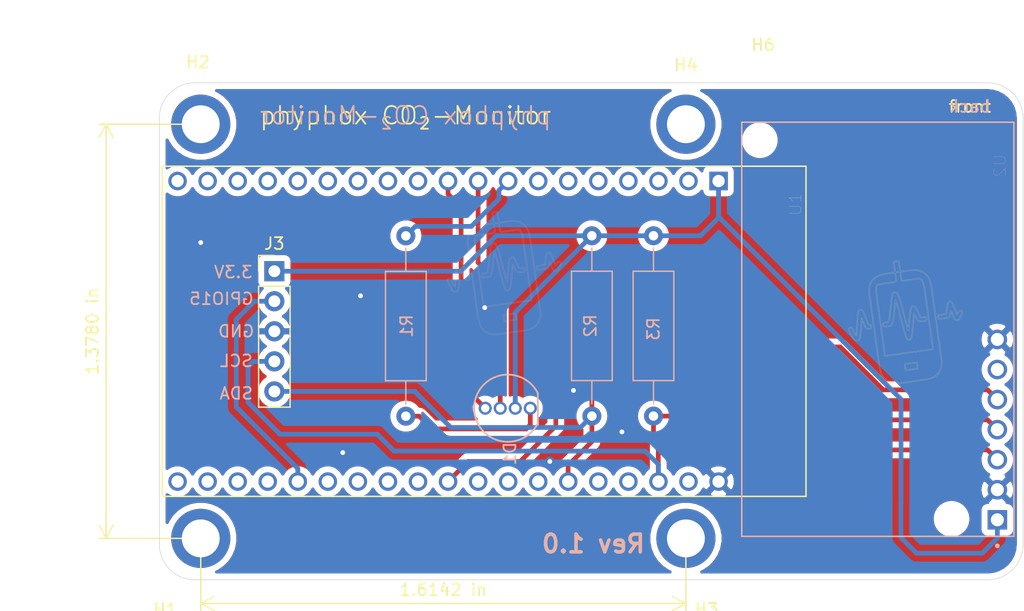
<source format=kicad_pcb>
(kicad_pcb (version 20171130) (host pcbnew "(5.1.0)-1")
  (layers (0 F.Cu signal hide) (31 B.Cu signal) (34 B.Paste user) (35 F.Paste user) (36 B.SilkS user) (37 F.SilkS user) (38 B.Mask user) (39 F.Mask user) (44 Edge.Cuts user))
  (net 0 "")
  (net 1 "Net-(D1-Pad1)")
  (net 2 VDD)
  (net 3 SDA)
  (net 4 SCL)
  (net 5 RDY)
  (net 6 GND)
  (net 7 GREEN)
  (net 8 BLUE)
  (net 9 RED)
  (net 10 "Net-(J1-Pad19)")
  (net 11 "Net-(J1-Pad18)")
  (net 12 "Net-(J1-Pad17)")
  (net 13 "Net-(J1-Pad16)")
  (net 14 "Net-(J1-Pad15)")
  (net 15 "Net-(J1-Pad14)")
  (net 16 "Net-(J1-Pad13)")
  (net 17 "Net-(J1-Pad12)")
  (net 18 "Net-(J1-Pad11)")
  (net 19 "Net-(J1-Pad7)")
  (net 20 "Net-(J1-Pad6)")
  (net 21 "Net-(J1-Pad5)")
  (net 22 "Net-(J1-Pad4)")
  (net 23 "Net-(J1-Pad3)")
  (net 24 "Net-(J1-Pad2)")
  (net 25 "Net-(J2-Pad19)")
  (net 26 "Net-(J2-Pad18)")
  (net 27 "Net-(J2-Pad17)")
  (net 28 "Net-(J2-Pad16)")
  (net 29 "Net-(J2-Pad14)")
  (net 30 "Net-(J2-Pad13)")
  (net 31 "Net-(J2-Pad12)")
  (net 32 "Net-(J2-Pad11)")
  (net 33 "Net-(J2-Pad9)")
  (net 34 "Net-(J2-Pad8)")
  (net 35 "Net-(J2-Pad7)")
  (net 36 "Net-(J2-Pad5)")
  (net 37 "Net-(J2-Pad4)")
  (net 38 "Net-(J2-Pad2)")
  (net 39 "Net-(U2-Pad6)")
  (net 40 ADC13GPIO15)
  (module MountingHole:MountingHole_2mm (layer F.Cu) (at 164.5148 62.5492)
    (fp_text reference H6 (at 0.275 -8.05) (layer F.SilkS))
    (fp_text value MountingHole)
    (pad "" np_thru_hole circle (at 0 0) (size 2 2) (drill 2) (layers *.Cu *.Mask))
  )
  (module MountingHole:MountingHole_2mm (layer F.Cu) (at 180.7148 94.5492)
    (fp_text reference H5 (at 9.25 2.95) (layer F.SilkS))
    (fp_text value MountingHole)
    (pad "" np_thru_hole circle (at 0 0) (size 2 2) (drill 2) (layers *.Cu *.Mask))
  )
  (module phyphox_CO2_Monitor:MountingHoleM3 (layer F.Cu) (at 158.2648 61.1992)
    (fp_text reference H4 (at 0 -5) (layer F.SilkS))
    (fp_text value MountingHole)
    (pad 1 thru_hole circle (at 0 0) (size 5 5) (drill 3.2) (layers *.Cu *.Mask))
  )
  (module phyphox_CO2_Monitor:MountingHoleM3 (layer F.Cu) (at 158.2648 96.1992)
    (fp_text reference H3 (at 1.75 6) (layer F.SilkS))
    (fp_text value MountingHole)
    (pad 1 thru_hole circle (at 0 0) (size 5 5) (drill 3.2) (layers *.Cu *.Mask))
  )
  (module phyphox_CO2_Monitor:MountingHoleM3 (layer F.Cu) (at 117.2648 61.1992)
    (fp_text reference H2 (at -0.25 -5.25) (layer F.SilkS))
    (fp_text value MountingHole)
    (pad 1 thru_hole circle (at 0 0) (size 5 5) (drill 3.2) (layers *.Cu *.Mask))
  )
  (module phyphox_CO2_Monitor:MountingHoleM3 (layer F.Cu) (at 117.2648 96.1992)
    (fp_text reference H1 (at -3 6) (layer F.SilkS))
    (fp_text value MountingHole)
    (pad 1 thru_hole circle (at 0 0) (size 5 5) (drill 3.2) (layers *.Cu *.Mask))
  )
  (module Connector_PinHeader_2.54mm:PinHeader_1x05_P2.54mm_Vertical (layer F.Cu) (at 123.4848 73.6192)
    (fp_text reference J3 (at 0 -2.33) (layer F.SilkS))
    (fp_text value Conn_01x05_Female)
    (pad 5 thru_hole oval (at 0 10.16) (size 1.7 1.7) (drill 1) (layers *.Cu *.Mask) (net 3 SDA))
    (pad 4 thru_hole oval (at 0 7.62) (size 1.7 1.7) (drill 1) (layers *.Cu *.Mask) (net 4 SCL))
    (pad 3 thru_hole oval (at 0 5.08) (size 1.7 1.7) (drill 1) (layers *.Cu *.Mask) (net 6 GND))
    (pad 2 thru_hole oval (at 0 2.54) (size 1.7 1.7) (drill 1) (layers *.Cu *.Mask) (net 40 ADC13GPIO15))
    (pad 1 thru_hole rect (at 0 0) (size 1.7 1.7) (drill 1) (layers *.Cu *.Mask) (net 2 VDD))
  )
  (module phyphox_CO2_Monitor:ESP32-DevKitC-32D (layer F.Cu) (at 141.2648 78.6992 270)
    (fp_text reference U1 (at -10.75 -26.26 90) (layer F.SilkS) (effects (font (size 1.000386 1.000386) (thickness 0.015))))
    (fp_text value ESP32-DEVKITC-32D)
    (pad 1 thru_hole rect (at -12.7 -19.76 270) (size 1.56 1.56) (drill 1.04) (layers *.Cu *.Mask) (net 2 VDD))
    (pad 2 thru_hole circle (at -12.7 -17.22 270) (size 1.56 1.56) (drill 1.04) (layers *.Cu *.Mask) (net 24 "Net-(J1-Pad2)"))
    (pad 19 thru_hole circle (at -12.7 25.96 270) (size 1.56 1.56) (drill 1.04) (layers *.Cu *.Mask) (net 10 "Net-(J1-Pad19)"))
    (pad 3 thru_hole circle (at -12.7 -14.68 270) (size 1.56 1.56) (drill 1.04) (layers *.Cu *.Mask) (net 23 "Net-(J1-Pad3)"))
    (pad 4 thru_hole circle (at -12.7 -12.14 270) (size 1.56 1.56) (drill 1.04) (layers *.Cu *.Mask) (net 22 "Net-(J1-Pad4)"))
    (pad 5 thru_hole circle (at -12.7 -9.6 270) (size 1.56 1.56) (drill 1.04) (layers *.Cu *.Mask) (net 21 "Net-(J1-Pad5)"))
    (pad 6 thru_hole circle (at -12.7 -7.06 270) (size 1.56 1.56) (drill 1.04) (layers *.Cu *.Mask) (net 20 "Net-(J1-Pad6)"))
    (pad 7 thru_hole circle (at -12.7 -4.52 270) (size 1.56 1.56) (drill 1.04) (layers *.Cu *.Mask) (net 19 "Net-(J1-Pad7)"))
    (pad 8 thru_hole circle (at -12.7 -1.98 270) (size 1.56 1.56) (drill 1.04) (layers *.Cu *.Mask) (net 9 RED))
    (pad 9 thru_hole circle (at -12.7 0.56 270) (size 1.56 1.56) (drill 1.04) (layers *.Cu *.Mask) (net 8 BLUE))
    (pad 10 thru_hole circle (at -12.7 3.1 270) (size 1.56 1.56) (drill 1.04) (layers *.Cu *.Mask) (net 7 GREEN))
    (pad 11 thru_hole circle (at -12.7 5.64 270) (size 1.56 1.56) (drill 1.04) (layers *.Cu *.Mask) (net 18 "Net-(J1-Pad11)"))
    (pad 12 thru_hole circle (at -12.7 8.18 270) (size 1.56 1.56) (drill 1.04) (layers *.Cu *.Mask) (net 17 "Net-(J1-Pad12)"))
    (pad 13 thru_hole circle (at -12.7 10.72 270) (size 1.56 1.56) (drill 1.04) (layers *.Cu *.Mask) (net 16 "Net-(J1-Pad13)"))
    (pad 14 thru_hole circle (at -12.7 13.26 270) (size 1.56 1.56) (drill 1.04) (layers *.Cu *.Mask) (net 15 "Net-(J1-Pad14)"))
    (pad 15 thru_hole circle (at -12.7 15.8 270) (size 1.56 1.56) (drill 1.04) (layers *.Cu *.Mask) (net 14 "Net-(J1-Pad15)"))
    (pad 16 thru_hole circle (at -12.7 18.34 270) (size 1.56 1.56) (drill 1.04) (layers *.Cu *.Mask) (net 13 "Net-(J1-Pad16)"))
    (pad 17 thru_hole circle (at -12.7 20.88 270) (size 1.56 1.56) (drill 1.04) (layers *.Cu *.Mask) (net 12 "Net-(J1-Pad17)"))
    (pad 18 thru_hole circle (at -12.7 23.42 270) (size 1.56 1.56) (drill 1.04) (layers *.Cu *.Mask) (net 11 "Net-(J1-Pad18)"))
    (pad 20 thru_hole circle (at 12.7 -19.76 270) (size 1.56 1.56) (drill 1.04) (layers *.Cu *.Mask) (net 6 GND))
    (pad 21 thru_hole circle (at 12.7 -17.22 270) (size 1.56 1.56) (drill 1.04) (layers *.Cu *.Mask) (net 38 "Net-(J2-Pad2)"))
    (pad 22 thru_hole circle (at 12.7 -14.68 270) (size 1.56 1.56) (drill 1.04) (layers *.Cu *.Mask) (net 4 SCL))
    (pad 23 thru_hole circle (at 12.7 -12.14 270) (size 1.56 1.56) (drill 1.04) (layers *.Cu *.Mask) (net 37 "Net-(J2-Pad4)"))
    (pad 24 thru_hole circle (at 12.7 -9.6 270) (size 1.56 1.56) (drill 1.04) (layers *.Cu *.Mask) (net 36 "Net-(J2-Pad5)"))
    (pad 25 thru_hole circle (at 12.7 -7.06 270) (size 1.56 1.56) (drill 1.04) (layers *.Cu *.Mask) (net 3 SDA))
    (pad 26 thru_hole circle (at 12.7 -4.52 270) (size 1.56 1.56) (drill 1.04) (layers *.Cu *.Mask) (net 35 "Net-(J2-Pad7)"))
    (pad 27 thru_hole circle (at 12.7 -1.98 270) (size 1.56 1.56) (drill 1.04) (layers *.Cu *.Mask) (net 34 "Net-(J2-Pad8)"))
    (pad 28 thru_hole circle (at 12.7 0.56 270) (size 1.56 1.56) (drill 1.04) (layers *.Cu *.Mask) (net 33 "Net-(J2-Pad9)"))
    (pad 29 thru_hole circle (at 12.7 3.1 270) (size 1.56 1.56) (drill 1.04) (layers *.Cu *.Mask) (net 5 RDY))
    (pad 30 thru_hole circle (at 12.7 5.64 270) (size 1.56 1.56) (drill 1.04) (layers *.Cu *.Mask) (net 32 "Net-(J2-Pad11)"))
    (pad 31 thru_hole circle (at 12.7 8.18 270) (size 1.56 1.56) (drill 1.04) (layers *.Cu *.Mask) (net 31 "Net-(J2-Pad12)"))
    (pad 32 thru_hole circle (at 12.7 10.72 270) (size 1.56 1.56) (drill 1.04) (layers *.Cu *.Mask) (net 30 "Net-(J2-Pad13)"))
    (pad 33 thru_hole circle (at 12.7 13.26 270) (size 1.56 1.56) (drill 1.04) (layers *.Cu *.Mask) (net 29 "Net-(J2-Pad14)"))
    (pad 34 thru_hole circle (at 12.7 15.8 270) (size 1.56 1.56) (drill 1.04) (layers *.Cu *.Mask) (net 40 ADC13GPIO15))
    (pad 35 thru_hole circle (at 12.7 18.34 270) (size 1.56 1.56) (drill 1.04) (layers *.Cu *.Mask) (net 28 "Net-(J2-Pad16)"))
    (pad 36 thru_hole circle (at 12.7 20.88 270) (size 1.56 1.56) (drill 1.04) (layers *.Cu *.Mask) (net 27 "Net-(J2-Pad17)"))
    (pad 37 thru_hole circle (at 12.7 23.42 270) (size 1.56 1.56) (drill 1.04) (layers *.Cu *.Mask) (net 26 "Net-(J2-Pad18)"))
    (pad 38 thru_hole circle (at 12.7 25.96 270) (size 1.56 1.56) (drill 1.04) (layers *.Cu *.Mask) (net 25 "Net-(J2-Pad19)"))
  )
  (module phyphox_CO2_Monitor:SCD30 (layer B.Cu) (at 174.4848 78.5292 90)
    (fp_text reference U2 (at 13.81 10.32 90) (layer B.SilkS) (effects (font (thickness 0.015)) (justify mirror)))
    (fp_text value SCD30)
    (pad 1 thru_hole rect (at -16.1 10.1 90) (size 1.65 1.65) (drill 1.1) (layers *.Cu *.Mask) (net 2 VDD))
    (pad 2 thru_hole circle (at -13.56 10.1 90) (size 1.65 1.65) (drill 1.1) (layers *.Cu *.Mask) (net 6 GND))
    (pad 3 thru_hole circle (at -11.02 10.1 90) (size 1.65 1.65) (drill 1.1) (layers *.Cu *.Mask) (net 4 SCL))
    (pad 4 thru_hole circle (at -8.48 10.1 90) (size 1.65 1.65) (drill 1.1) (layers *.Cu *.Mask) (net 3 SDA))
    (pad 5 thru_hole circle (at -5.94 10.1 90) (size 1.65 1.65) (drill 1.1) (layers *.Cu *.Mask) (net 5 RDY))
    (pad 6 thru_hole circle (at -3.4 10.1 90) (size 1.65 1.65) (drill 1.1) (layers *.Cu *.Mask) (net 39 "Net-(U2-Pad6)"))
    (pad 7 thru_hole circle (at -0.86 10.1 90) (size 1.65 1.65) (drill 1.1) (layers *.Cu *.Mask) (net 6 GND))
  )
  (module phyphox_CO2_Monitor:WP154A4SEJ3VBDZGWCA (layer B.Cu) (at 138.7648 85.1992 90)
    (fp_text reference D1 (at -3.842 4.628 -90) (layer B.SilkS) (effects (justify mirror)))
    (fp_text value LED_BARG)
    (pad 4 thru_hole circle (at 0 2.54 90) (size 1.1 1.1) (drill 0.7) (layers *.Cu *.Mask) (net 7 GREEN))
    (pad 3 thru_hole circle (at 0 3.81 90) (size 1.1 1.1) (drill 0.7) (layers *.Cu *.Mask) (net 8 BLUE))
    (pad 2 thru_hole circle (at 0 5.08 90) (size 1.1 1.1) (drill 0.7) (layers *.Cu *.Mask) (net 2 VDD))
    (pad 1 thru_hole circle (at 0 6.35 90) (size 1.1 1.1) (drill 0.7) (layers *.Cu *.Mask) (net 1 "Net-(D1-Pad1)"))
  )
  (module Connector_PinSocket_2.54mm:PinSocket_1x19_P2.54mm_Vertical (layer F.Cu) (at 161.2648 114.6992 270)
    (fp_text reference J2 (at 0 -2.77 90) (layer F.SilkS))
    (fp_text value Conn_01x19_Female hide)
    (pad 19 thru_hole oval (at 0 45.72 270) (size 1.7 1.7) (drill 1) (layers *.Cu *.Mask) (net 25 "Net-(J2-Pad19)"))
    (pad 18 thru_hole oval (at 0 43.18 270) (size 1.7 1.7) (drill 1) (layers *.Cu *.Mask) (net 26 "Net-(J2-Pad18)"))
    (pad 17 thru_hole oval (at 0 40.64 270) (size 1.7 1.7) (drill 1) (layers *.Cu *.Mask) (net 27 "Net-(J2-Pad17)"))
    (pad 16 thru_hole oval (at 0 38.1 270) (size 1.7 1.7) (drill 1) (layers *.Cu *.Mask) (net 28 "Net-(J2-Pad16)"))
    (pad 15 thru_hole oval (at 0 35.56 270) (size 1.7 1.7) (drill 1) (layers *.Cu *.Mask) (net 40 ADC13GPIO15))
    (pad 14 thru_hole oval (at 0 33.02 270) (size 1.7 1.7) (drill 1) (layers *.Cu *.Mask) (net 29 "Net-(J2-Pad14)"))
    (pad 13 thru_hole oval (at 0 30.48 270) (size 1.7 1.7) (drill 1) (layers *.Cu *.Mask) (net 30 "Net-(J2-Pad13)"))
    (pad 12 thru_hole oval (at 0 27.94 270) (size 1.7 1.7) (drill 1) (layers *.Cu *.Mask) (net 31 "Net-(J2-Pad12)"))
    (pad 11 thru_hole oval (at 0 25.4 270) (size 1.7 1.7) (drill 1) (layers *.Cu *.Mask) (net 32 "Net-(J2-Pad11)"))
    (pad 10 thru_hole oval (at 0 22.86 270) (size 1.7 1.7) (drill 1) (layers *.Cu *.Mask) (net 5 RDY))
    (pad 9 thru_hole oval (at 0 20.32 270) (size 1.7 1.7) (drill 1) (layers *.Cu *.Mask) (net 33 "Net-(J2-Pad9)"))
    (pad 8 thru_hole oval (at 0 17.78 270) (size 1.7 1.7) (drill 1) (layers *.Cu *.Mask) (net 34 "Net-(J2-Pad8)"))
    (pad 7 thru_hole oval (at 0 15.24 270) (size 1.7 1.7) (drill 1) (layers *.Cu *.Mask) (net 35 "Net-(J2-Pad7)"))
    (pad 6 thru_hole oval (at 0 12.7 270) (size 1.7 1.7) (drill 1) (layers *.Cu *.Mask) (net 3 SDA))
    (pad 5 thru_hole oval (at 0 10.16 270) (size 1.7 1.7) (drill 1) (layers *.Cu *.Mask) (net 36 "Net-(J2-Pad5)"))
    (pad 4 thru_hole oval (at 0 7.62 270) (size 1.7 1.7) (drill 1) (layers *.Cu *.Mask) (net 37 "Net-(J2-Pad4)"))
    (pad 3 thru_hole oval (at 0 5.08 270) (size 1.7 1.7) (drill 1) (layers *.Cu *.Mask) (net 4 SCL))
    (pad 2 thru_hole oval (at 0 2.54 270) (size 1.7 1.7) (drill 1) (layers *.Cu *.Mask) (net 38 "Net-(J2-Pad2)"))
    (pad 1 thru_hole rect (at 0 0 270) (size 1.7 1.7) (drill 1) (layers *.Cu *.Mask) (net 6 GND))
  )
  (module Connector_PinSocket_2.54mm:PinSocket_1x19_P2.54mm_Vertical (layer F.Cu) (at 160.8448 40.3332 270)
    (fp_text reference J1 (at 0 -2.77 90) (layer F.SilkS))
    (fp_text value Conn_01x19_Female hide)
    (pad 19 thru_hole oval (at 0 45.72 270) (size 1.7 1.7) (drill 1) (layers *.Cu *.Mask) (net 10 "Net-(J1-Pad19)"))
    (pad 18 thru_hole oval (at 0 43.18 270) (size 1.7 1.7) (drill 1) (layers *.Cu *.Mask) (net 11 "Net-(J1-Pad18)"))
    (pad 17 thru_hole oval (at 0 40.64 270) (size 1.7 1.7) (drill 1) (layers *.Cu *.Mask) (net 12 "Net-(J1-Pad17)"))
    (pad 16 thru_hole oval (at 0 38.1 270) (size 1.7 1.7) (drill 1) (layers *.Cu *.Mask) (net 13 "Net-(J1-Pad16)"))
    (pad 15 thru_hole oval (at 0 35.56 270) (size 1.7 1.7) (drill 1) (layers *.Cu *.Mask) (net 14 "Net-(J1-Pad15)"))
    (pad 14 thru_hole oval (at 0 33.02 270) (size 1.7 1.7) (drill 1) (layers *.Cu *.Mask) (net 15 "Net-(J1-Pad14)"))
    (pad 13 thru_hole oval (at 0 30.48 270) (size 1.7 1.7) (drill 1) (layers *.Cu *.Mask) (net 16 "Net-(J1-Pad13)"))
    (pad 12 thru_hole oval (at 0 27.94 270) (size 1.7 1.7) (drill 1) (layers *.Cu *.Mask) (net 17 "Net-(J1-Pad12)"))
    (pad 11 thru_hole oval (at 0 25.4 270) (size 1.7 1.7) (drill 1) (layers *.Cu *.Mask) (net 18 "Net-(J1-Pad11)"))
    (pad 10 thru_hole oval (at 0 22.86 270) (size 1.7 1.7) (drill 1) (layers *.Cu *.Mask) (net 7 GREEN))
    (pad 9 thru_hole oval (at 0 20.32 270) (size 1.7 1.7) (drill 1) (layers *.Cu *.Mask) (net 8 BLUE))
    (pad 8 thru_hole oval (at 0 17.78 270) (size 1.7 1.7) (drill 1) (layers *.Cu *.Mask) (net 9 RED))
    (pad 7 thru_hole oval (at 0 15.24 270) (size 1.7 1.7) (drill 1) (layers *.Cu *.Mask) (net 19 "Net-(J1-Pad7)"))
    (pad 6 thru_hole oval (at 0 12.7 270) (size 1.7 1.7) (drill 1) (layers *.Cu *.Mask) (net 20 "Net-(J1-Pad6)"))
    (pad 5 thru_hole oval (at 0 10.16 270) (size 1.7 1.7) (drill 1) (layers *.Cu *.Mask) (net 21 "Net-(J1-Pad5)"))
    (pad 4 thru_hole oval (at 0 7.62 270) (size 1.7 1.7) (drill 1) (layers *.Cu *.Mask) (net 22 "Net-(J1-Pad4)"))
    (pad 3 thru_hole oval (at 0 5.08 270) (size 1.7 1.7) (drill 1) (layers *.Cu *.Mask) (net 23 "Net-(J1-Pad3)"))
    (pad 2 thru_hole oval (at 0 2.54 270) (size 1.7 1.7) (drill 1) (layers *.Cu *.Mask) (net 24 "Net-(J1-Pad2)"))
    (pad 1 thru_hole rect (at 0 0 270) (size 1.7 1.7) (drill 1) (layers *.Cu *.Mask) (net 2 VDD))
  )
  (module Resistor_THT:R_Axial_DIN0309_L9.0mm_D3.2mm_P15.24mm_Horizontal (layer B.Cu) (at 134.5973 85.8747 90)
    (fp_text reference R1 (at 7.62 0.0638 270) (layer B.SilkS) (effects (justify mirror)))
    (fp_text value 56)
    (pad 1 thru_hole circle (at 0 0 90) (size 1.6 1.6) (drill 0.8) (layers *.Cu *.Mask) (net 1 "Net-(D1-Pad1)"))
    (pad 2 thru_hole oval (at 15.24 0 90) (size 1.6 1.6) (drill 0.8) (layers *.Cu *.Mask) (net 9 RED))
  )
  (module Resistor_THT:R_Axial_DIN0309_L9.0mm_D3.2mm_P15.24mm_Horizontal (layer B.Cu) (at 150.3178 70.6242 270)
    (fp_text reference R2 (at 7.6178 0.127 270) (layer B.SilkS) (effects (justify mirror)))
    (fp_text value 4.7k)
    (pad 1 thru_hole circle (at 0 0 270) (size 1.6 1.6) (drill 0.8) (layers *.Cu *.Mask) (net 2 VDD))
    (pad 2 thru_hole oval (at 15.24 0 270) (size 1.6 1.6) (drill 0.8) (layers *.Cu *.Mask) (net 3 SDA))
  )
  (module Resistor_THT:R_Axial_DIN0309_L9.0mm_D3.2mm_P15.24mm_Horizontal (layer B.Cu) (at 155.5248 70.6242 270)
    (fp_text reference R3 (at 7.874 0 270) (layer B.SilkS) (effects (justify mirror)))
    (fp_text value 4.7k)
    (pad 2 thru_hole oval (at 15.24 0 270) (size 1.6 1.6) (drill 0.8) (layers *.Cu *.Mask) (net 4 SCL))
    (pad 1 thru_hole circle (at 0 0 270) (size 1.6 1.6) (drill 0.8) (layers *.Cu *.Mask) (net 2 VDD))
  )
  (gr_text back (at 182.2648 59.6992) (layer B.SilkS) (effects (font (size 1 1)) (justify mirror)))
  (gr_text front (at 182.2648 59.6992) (layer F.SilkS) (effects (font (size 1 1))))
  (gr_text 3.3V (at 120.0148 73.6992) (layer B.SilkS) (effects (font (size 1 1)) (justify mirror)))
  (gr_text GPIO15 (at 119.0148 75.9492) (layer B.SilkS) (effects (font (size 1 1)) (justify mirror)))
  (gr_text GND (at 120.2648 78.6992) (layer B.SilkS) (effects (font (size 1 1)) (justify mirror)))
  (gr_text SCL (at 120.2648 81.1992) (layer B.SilkS) (effects (font (size 1 1)) (justify mirror)))
  (gr_text SDA (at 120.2648 83.9492) (layer B.SilkS) (effects (font (size 1 1)) (justify mirror)))
  (gr_line (start 183.7648 57.6992) (end 116.7648 57.6992) (layer Edge.Cuts) (width 0.05))
  (gr_arc (start 183.7648 60.6992) (end 186.7648 60.6992) (angle -90) (layer Edge.Cuts) (width 0.05))
  (gr_arc (start 116.7648 60.6992) (end 116.7648 57.6992) (angle -90) (layer Edge.Cuts) (width 0.05))
  (gr_line (start 186.7648 60.6992) (end 186.7648 96.6992) (layer Edge.Cuts) (width 0.05))
  (gr_line (start 113.7648 60.6992) (end 113.7648 96.6992) (layer Edge.Cuts) (width 0.05))
  (gr_arc (start 183.7648 96.6992) (end 183.7648 99.6992) (angle -90) (layer Edge.Cuts) (width 0.05))
  (gr_arc (start 116.7648 96.6992) (end 113.7648 96.6992) (angle -90) (layer Edge.Cuts) (width 0.05))
  (dimension 41 (width 0.12) (layer F.SilkS) (gr_text "41,000 mm" (at 137.7648 102.9692) (layer F.SilkS) (effects (font (size 1 1) (thickness 0.15)))) (feature1 (pts (xy 117.2648 96.1992) (xy 117.2648 102.285621))) (feature2 (pts (xy 158.2648 96.1992) (xy 158.2648 102.285621))) (crossbar (pts (xy 158.2648 101.6992) (xy 117.2648 101.6992))) (arrow1a (pts (xy 117.2648 101.6992) (xy 118.391304 101.112779))) (arrow1b (pts (xy 117.2648 101.6992) (xy 118.391304 102.285621))) (arrow2a (pts (xy 158.2648 101.6992) (xy 157.138296 101.112779))) (arrow2b (pts (xy 158.2648 101.6992) (xy 157.138296 102.285621))))
  (dimension 35 (width 0.12) (layer F.SilkS) (gr_text "35,000 mm" (at 107.9948 78.6992 90) (layer F.SilkS) (effects (font (size 1 1) (thickness 0.15)))) (feature1 (pts (xy 117.2648 61.1992) (xy 108.678379 61.1992))) (feature2 (pts (xy 117.2648 96.1992) (xy 108.678379 96.1992))) (crossbar (pts (xy 109.2648 96.1992) (xy 109.2648 61.1992))) (arrow1a (pts (xy 109.2648 61.1992) (xy 109.851221 62.325704))) (arrow1b (pts (xy 109.2648 61.1992) (xy 108.678379 62.325704))) (arrow2a (pts (xy 109.2648 96.1992) (xy 109.851221 95.072696))) (arrow2b (pts (xy 109.2648 96.1992) (xy 108.678379 95.072696))))
  (gr_text "phyphox CO₂-Monitor" (at 134.5698 60.4642) (layer B.SilkS) (effects (font (size 1.5 1.5)) (justify mirror)))
  (gr_line (start 116.7648 99.6992) (end 183.7648 99.6992) (layer Edge.Cuts) (width 0.05))
  (gr_curve (pts (xy 181.552036 77.413811) (xy 181.418473 77.719583) (xy 181.331901 77.81225) (xy 181.1798 77.81225)) (layer F.SilkS) (width 0.01))
  (gr_curve (pts (xy 181.197039 77.729975) (xy 181.278838 77.720501) (xy 181.320736 77.669456) (xy 181.437309 77.43725)) (layer F.SilkS) (width 0.01))
  (gr_curve (pts (xy 181.437309 77.43725) (xy 181.598364 77.11644) (xy 181.605549 77.006) (xy 181.465368 77.006)) (layer F.SilkS) (width 0.01))
  (gr_curve (pts (xy 147.279674 73.588435) (xy 147.361473 73.578961) (xy 147.403371 73.527916) (xy 147.519944 73.29571)) (layer B.SilkS) (width 0.01))
  (gr_line (start 181.437309 77.43725) (end 181.437309 77.43725) (layer F.SilkS) (width 0.01))
  (gr_curve (pts (xy 147.379253 73.01446) (xy 147.337726 73.09696) (xy 147.284831 73.167954) (xy 147.261708 73.172224)) (layer B.SilkS) (width 0.01))
  (gr_line (start 147.519944 73.29571) (end 147.519944 73.29571) (layer B.SilkS) (width 0.01))
  (gr_curve (pts (xy 181.461956 76.91225) (xy 181.677297 76.91225) (xy 181.704634 77.064458) (xy 181.552036 77.413811)) (layer F.SilkS) (width 0.01))
  (gr_curve (pts (xy 181.465368 77.006) (xy 181.394164 77.006) (xy 181.354273 77.041459) (xy 181.296618 77.156)) (layer F.SilkS) (width 0.01))
  (gr_curve (pts (xy 147.548003 72.86446) (xy 147.476799 72.86446) (xy 147.436908 72.899919) (xy 147.379253 73.01446)) (layer B.SilkS) (width 0.01))
  (gr_curve (pts (xy 181.296618 77.156) (xy 181.255091 77.2385) (xy 181.202196 77.309494) (xy 181.179073 77.313764)) (layer F.SilkS) (width 0.01))
  (gr_curve (pts (xy 181.22111 77.126557) (xy 181.282743 76.977196) (xy 181.355732 76.91225) (xy 181.461956 76.91225)) (layer F.SilkS) (width 0.01))
  (gr_curve (pts (xy 147.261708 73.172224) (xy 147.238584 73.176494) (xy 147.131586 72.953697) (xy 147.023933 72.677119)) (layer B.SilkS) (width 0.01))
  (gr_curve (pts (xy 147.303745 72.985017) (xy 147.365378 72.835656) (xy 147.438367 72.77071) (xy 147.544591 72.77071)) (layer B.SilkS) (width 0.01))
  (gr_curve (pts (xy 147.100595 72.632683) (xy 147.24884 73.029346) (xy 147.27018 73.066358) (xy 147.303745 72.985017)) (layer B.SilkS) (width 0.01))
  (gr_curve (pts (xy 147.519944 73.29571) (xy 147.680999 72.9749) (xy 147.688184 72.86446) (xy 147.548003 72.86446)) (layer B.SilkS) (width 0.01))
  (gr_curve (pts (xy 147.262435 73.67071) (xy 147.174021 73.67071) (xy 147.118113 73.642325) (xy 147.059315 73.567585)) (layer B.SilkS) (width 0.01))
  (gr_curve (pts (xy 146.910929 73.077199) (xy 147.07829 73.498021) (xy 147.154003 73.602991) (xy 147.279674 73.588435)) (layer B.SilkS) (width 0.01))
  (gr_curve (pts (xy 147.544591 72.77071) (xy 147.759932 72.77071) (xy 147.787269 72.922918) (xy 147.634671 73.272271)) (layer B.SilkS) (width 0.01))
  (gr_curve (pts (xy 147.634671 73.272271) (xy 147.501108 73.578043) (xy 147.414536 73.67071) (xy 147.262435 73.67071)) (layer B.SilkS) (width 0.01))
  (gr_text "Rev 1.0" (at 150.4448 96.6592) (layer B.SilkS) (effects (font (size 1.5 1.5) (thickness 0.3)) (justify mirror)))
  (gr_curve (pts (xy 145.297198 72.58321) (xy 145.255995 72.317458) (xy 145.208023 71.973269) (xy 145.150233 71.52876)) (layer B.SilkS) (width 0.01))
  (gr_curve (pts (xy 139.894805 71.43946) (xy 139.91697 71.60446) (xy 139.9514 71.857585) (xy 139.971315 72.00196)) (layer B.SilkS) (width 0.01))
  (gr_curve (pts (xy 145.783112 75.43321) (xy 145.805152 75.587897) (xy 145.848775 75.891648) (xy 145.880052 76.10821)) (layer B.SilkS) (width 0.01))
  (gr_curve (pts (xy 145.902984 76.89571) (xy 145.870542 76.653015) (xy 145.804309 76.184578) (xy 145.672338 75.26446)) (layer B.SilkS) (width 0.01))
  (gr_curve (pts (xy 140.225171 70.176904) (xy 139.930387 70.462693) (xy 139.820174 70.883893) (xy 139.894805 71.43946)) (layer B.SilkS) (width 0.01))
  (gr_curve (pts (xy 144.446175 70.447842) (xy 144.505017 70.621156) (xy 144.543607 70.855238) (xy 144.696202 71.96446)) (layer B.SilkS) (width 0.01))
  (gr_curve (pts (xy 142.623778 78.961427) (xy 142.326798 79.017999) (xy 141.776429 78.997208) (xy 141.578792 78.92195)) (layer B.SilkS) (width 0.01))
  (gr_curve (pts (xy 141.266249 69.736977) (xy 140.724361 69.820055) (xy 140.491951 69.918264) (xy 140.225171 70.176904)) (layer B.SilkS) (width 0.01))
  (gr_curve (pts (xy 141.818657 70.374477) (xy 141.936857 70.359444) (xy 142.045634 70.335075) (xy 142.060385 70.320324)) (layer B.SilkS) (width 0.01))
  (gr_curve (pts (xy 140.490705 70.632288) (xy 140.537191 70.57488) (xy 140.621621 70.544353) (xy 140.798024 70.521172)) (layer B.SilkS) (width 0.01))
  (gr_line (start 142.454073 69.121223) (end 142.498055 69.479115) (layer B.SilkS) (width 0.01))
  (gr_curve (pts (xy 144.882798 73.31446) (xy 144.925264 73.623835) (xy 144.977015 73.986647) (xy 144.9978 74.12071)) (layer B.SilkS) (width 0.01))
  (gr_curve (pts (xy 140.534464 72.33946) (xy 140.35864 71.101103) (xy 140.351044 70.804762) (xy 140.490705 70.632288)) (layer B.SilkS) (width 0.01))
  (gr_curve (pts (xy 142.841249 76.447007) (xy 142.676249 76.469706) (xy 142.439999 76.502872) (xy 142.316249 76.52071)) (layer B.SilkS) (width 0.01))
  (gr_curve (pts (xy 140.797066 74.21446) (xy 140.779467 74.09071) (xy 140.747587 73.862897) (xy 140.726222 73.70821)) (layer B.SilkS) (width 0.01))
  (gr_curve (pts (xy 143.891249 78.696662) (xy 144.014999 78.678301) (xy 144.246284 78.645771) (xy 144.405215 78.624375)) (layer B.SilkS) (width 0.01))
  (gr_curve (pts (xy 144.696202 71.96446) (xy 144.718901 72.12946) (xy 144.752799 72.374147) (xy 144.771531 72.50821)) (layer B.SilkS) (width 0.01))
  (gr_curve (pts (xy 143.73372 70.104993) (xy 143.832704 70.086137) (xy 143.984579 70.071644) (xy 144.07122 70.072785)) (layer B.SilkS) (width 0.01))
  (gr_curve (pts (xy 145.672338 75.26446) (xy 145.654589 75.14071) (xy 145.621495 74.90446) (xy 145.598796 74.73946)) (layer B.SilkS) (width 0.01))
  (gr_line (start 142.498055 69.479115) (end 142.669652 69.454763) (layer B.SilkS) (width 0.01))
  (gr_curve (pts (xy 141.322499 70.44551) (xy 141.477187 70.421475) (xy 141.700458 70.38951) (xy 141.818657 70.374477)) (layer B.SilkS) (width 0.01))
  (gr_curve (pts (xy 140.726222 73.70821) (xy 140.656205 73.20127) (xy 140.610104 72.872204) (xy 140.534464 72.33946)) (layer B.SilkS) (width 0.01))
  (gr_curve (pts (xy 145.615903 74.27071) (xy 145.646659 74.507897) (xy 145.687846 74.80321) (xy 145.707431 74.92696)) (layer B.SilkS) (width 0.01))
  (gr_curve (pts (xy 140.88948 74.87071) (xy 140.856252 74.633522) (xy 140.814666 74.33821) (xy 140.797066 74.21446)) (layer B.SilkS) (width 0.01))
  (gr_curve (pts (xy 144.191249 76.258777) (xy 143.334864 76.378787) (xy 143.16635 76.402283) (xy 142.841249 76.447007)) (layer B.SilkS) (width 0.01))
  (gr_curve (pts (xy 143.441249 69.43002) (xy 143.317499 69.448281) (xy 143.060156 69.484228) (xy 142.869374 69.509903)) (layer B.SilkS) (width 0.01))
  (gr_curve (pts (xy 143.141249 78.885001) (xy 142.955624 78.90818) (xy 142.722762 78.942572) (xy 142.623778 78.961427)) (layer B.SilkS) (width 0.01))
  (gr_curve (pts (xy 144.664034 69.838594) (xy 144.376973 69.516995) (xy 143.909766 69.360885) (xy 143.441249 69.43002)) (layer B.SilkS) (width 0.01))
  (gr_curve (pts (xy 141.119444 76.5162) (xy 141.107558 76.425868) (xy 141.064547 76.11571) (xy 141.023864 75.82696)) (layer B.SilkS) (width 0.01))
  (gr_curve (pts (xy 144.07122 70.072785) (xy 144.255459 70.075211) (xy 144.352681 70.17246) (xy 144.446175 70.447842)) (layer B.SilkS) (width 0.01))
  (gr_line (start 142.567967 69.996964) (end 142.613434 70.26211) (layer B.SilkS) (width 0.01))
  (gr_curve (pts (xy 145.249376 76.093833) (xy 145.237877 76.105332) (xy 145.121657 76.129413) (xy 144.991109 76.147346)) (layer B.SilkS) (width 0.01))
  (gr_curve (pts (xy 145.707431 74.92696) (xy 145.727016 75.05071) (xy 145.761072 75.278522) (xy 145.783112 75.43321)) (layer B.SilkS) (width 0.01))
  (gr_curve (pts (xy 145.074033 74.64571) (xy 145.095175 74.800397) (xy 145.127768 75.036647) (xy 145.146462 75.17071)) (layer B.SilkS) (width 0.01))
  (gr_curve (pts (xy 143.216249 70.181787) (xy 143.401874 70.158405) (xy 143.634736 70.123848) (xy 143.73372 70.104993)) (layer B.SilkS) (width 0.01))
  (gr_line (start 141.578792 78.92195) (end 141.578792 78.92195) (layer B.SilkS) (width 0.01))
  (gr_curve (pts (xy 142.869374 69.509903) (xy 142.471124 69.563499) (xy 142.488751 69.535014) (xy 142.567967 69.996964)) (layer B.SilkS) (width 0.01))
  (gr_curve (pts (xy 145.150233 71.52876) (xy 145.003191 70.397755) (xy 144.927131 70.133345) (xy 144.664034 69.838594)) (layer B.SilkS) (width 0.01))
  (gr_curve (pts (xy 145.876452 77.883664) (xy 145.619689 78.398518) (xy 145.236986 78.597643) (xy 144.247499 78.731224)) (layer B.SilkS) (width 0.01))
  (gr_curve (pts (xy 144.9978 74.12071) (xy 145.018586 74.254772) (xy 145.052891 74.491022) (xy 145.074033 74.64571)) (layer B.SilkS) (width 0.01))
  (gr_curve (pts (xy 145.146462 75.17071) (xy 145.251591 75.924639) (xy 145.26834 76.07487) (xy 145.249376 76.093833)) (layer B.SilkS) (width 0.01))
  (gr_curve (pts (xy 143.703749 78.808556) (xy 143.579999 78.827422) (xy 143.326874 78.861822) (xy 143.141249 78.885001)) (layer B.SilkS) (width 0.01))
  (gr_curve (pts (xy 141.023864 75.82696) (xy 140.983181 75.53821) (xy 140.922708 75.107897) (xy 140.88948 74.87071)) (layer B.SilkS) (width 0.01))
  (gr_curve (pts (xy 144.247499 78.731224) (xy 144.072186 78.754891) (xy 143.827499 78.789691) (xy 143.703749 78.808556)) (layer B.SilkS) (width 0.01))
  (gr_curve (pts (xy 140.798024 70.521172) (xy 140.931798 70.503593) (xy 141.167812 70.469546) (xy 141.322499 70.44551)) (layer B.SilkS) (width 0.01))
  (gr_curve (pts (xy 145.4122 73.38946) (xy 145.369735 73.080085) (xy 145.317984 72.717273) (xy 145.297198 72.58321)) (layer B.SilkS) (width 0.01))
  (gr_curve (pts (xy 145.598796 74.73946) (xy 145.576097 74.57446) (xy 145.5422 74.329772) (xy 145.523468 74.19571)) (layer B.SilkS) (width 0.01))
  (gr_line (start 142.613434 70.26211) (end 142.746092 70.243204) (layer B.SilkS) (width 0.01))
  (gr_curve (pts (xy 142.316249 76.52071) (xy 141.965445 76.571276) (xy 141.508473 76.63419) (xy 141.316152 76.658399)) (layer B.SilkS) (width 0.01))
  (gr_curve (pts (xy 142.746092 70.243204) (xy 142.819053 70.232806) (xy 143.030624 70.205168) (xy 143.216249 70.181787)) (layer B.SilkS) (width 0.01))
  (gr_curve (pts (xy 143.122499 78.809599) (xy 143.421562 78.765845) (xy 143.767499 78.715024) (xy 143.891249 78.696662)) (layer B.SilkS) (width 0.01))
  (gr_curve (pts (xy 144.771531 72.50821) (xy 144.790262 72.642273) (xy 144.840333 73.005085) (xy 144.882798 73.31446)) (layer B.SilkS) (width 0.01))
  (gr_curve (pts (xy 145.880052 76.10821) (xy 146.044855 77.249308) (xy 146.044251 77.547199) (xy 145.876452 77.883664)) (layer B.SilkS) (width 0.01))
  (gr_curve (pts (xy 145.523468 74.19571) (xy 145.504736 74.061647) (xy 145.454666 73.698835) (xy 145.4122 73.38946)) (layer B.SilkS) (width 0.01))
  (gr_curve (pts (xy 145.520465 73.57696) (xy 145.5422 73.721335) (xy 145.585148 74.033522) (xy 145.615903 74.27071)) (layer B.SilkS) (width 0.01))
  (gr_curve (pts (xy 145.123621 78.457724) (xy 145.716911 78.239795) (xy 146.005373 77.661655) (xy 145.902984 76.89571)) (layer B.SilkS) (width 0.01))
  (gr_curve (pts (xy 141.985812 69.634652) (xy 141.979135 69.628569) (xy 141.899356 69.639914) (xy 141.266249 69.736977)) (layer B.SilkS) (width 0.01))
  (gr_curve (pts (xy 142.060385 70.320324) (xy 142.081803 70.298906) (xy 142.012171 69.658663) (xy 141.985812 69.634652)) (layer B.SilkS) (width 0.01))
  (gr_curve (pts (xy 144.405215 78.624375) (xy 144.776022 78.574453) (xy 144.85693 78.555685) (xy 145.123621 78.457724)) (layer B.SilkS) (width 0.01))
  (gr_curve (pts (xy 144.991109 76.147346) (xy 144.860561 76.165279) (xy 144.500624 76.215423) (xy 144.191249 76.258777)) (layer B.SilkS) (width 0.01))
  (gr_curve (pts (xy 140.048796 72.56446) (xy 140.071495 72.72946) (xy 140.104589 72.96571) (xy 140.122338 73.08946)) (layer B.SilkS) (width 0.01))
  (gr_curve (pts (xy 139.971315 72.00196) (xy 139.991231 72.146335) (xy 140.026097 72.39946) (xy 140.048796 72.56446)) (layer B.SilkS) (width 0.01))
  (gr_curve (pts (xy 145.697339 73.330284) (xy 145.731489 73.47364) (xy 145.741238 73.482147) (xy 145.852079 73.465305)) (layer B.SilkS) (width 0.01))
  (gr_curve (pts (xy 138.305193 74.762024) (xy 138.407524 74.970487) (xy 138.531519 75.181472) (xy 138.580738 75.230879)) (layer B.SilkS) (width 0.01))
  (gr_curve (pts (xy 146.777414 72.132101) (xy 146.749481 72.108919) (xy 146.687744 72.095467) (xy 146.640219 72.102206)) (layer B.SilkS) (width 0.01))
  (gr_curve (pts (xy 146.713355 72.803078) (xy 146.726937 72.841176) (xy 146.738604 72.842829) (xy 146.759161 72.809568)) (layer B.SilkS) (width 0.01))
  (gr_curve (pts (xy 146.667893 72.996258) (xy 146.682875 72.861894) (xy 146.703333 72.774963) (xy 146.713355 72.803078)) (layer B.SilkS) (width 0.01))
  (gr_curve (pts (xy 146.553386 72.03625) (xy 146.752297 71.905918) (xy 146.88169 72.046951) (xy 147.100595 72.632683)) (layer B.SilkS) (width 0.01))
  (gr_curve (pts (xy 145.666583 73.529793) (xy 145.647342 73.510553) (xy 145.628147 73.421087) (xy 145.623925 73.33098)) (layer B.SilkS) (width 0.01))
  (gr_line (start 139.217228 73.53946) (end 139.22098 73.46446) (layer B.SilkS) (width 0.01))
  (gr_line (start 138.931424 75.255085) (end 138.931424 75.255085) (layer B.SilkS) (width 0.01))
  (gr_curve (pts (xy 146.597201 73.299055) (xy 146.6211 73.26688) (xy 146.652911 73.130621) (xy 146.667893 72.996258)) (layer B.SilkS) (width 0.01))
  (gr_line (start 145.623925 73.33098) (end 145.61625 73.167149) (layer B.SilkS) (width 0.01))
  (gr_curve (pts (xy 146.640219 72.102206) (xy 146.529993 72.117838) (xy 146.471547 72.288284) (xy 146.440784 72.683821)) (layer B.SilkS) (width 0.01))
  (gr_line (start 139.184999 73.46446) (end 139.217228 73.53946) (layer B.SilkS) (width 0.01))
  (gr_curve (pts (xy 145.852079 73.465305) (xy 146.468209 73.371686) (xy 146.558162 73.351616) (xy 146.597201 73.299055)) (layer B.SilkS) (width 0.01))
  (gr_curve (pts (xy 147.059315 73.567585) (xy 146.97747 73.463549) (xy 146.902755 73.311705) (xy 146.814829 73.07071)) (layer B.SilkS) (width 0.01))
  (gr_line (start 145.61625 73.167149) (end 145.9725 73.10916) (layer B.SilkS) (width 0.01))
  (gr_curve (pts (xy 147.023933 72.677119) (xy 146.916279 72.400541) (xy 146.805346 72.155283) (xy 146.777414 72.132101)) (layer B.SilkS) (width 0.01))
  (gr_curve (pts (xy 138.580738 75.230879) (xy 138.686329 75.336874) (xy 138.849136 75.348112) (xy 138.931424 75.255085)) (layer B.SilkS) (width 0.01))
  (gr_curve (pts (xy 146.030625 73.182943) (xy 145.675752 73.233403) (xy 145.674401 73.234) (xy 145.697339 73.330284)) (layer B.SilkS) (width 0.01))
  (gr_line (start 145.9725 73.10916) (end 146.32875 73.051171) (layer B.SilkS) (width 0.01))
  (gr_curve (pts (xy 138.18041 74.321727) (xy 138.123713 74.378425) (xy 138.133031 74.411304) (xy 138.305193 74.762024)) (layer B.SilkS) (width 0.01))
  (gr_line (start 146.814829 73.07071) (end 146.766943 72.93946) (layer B.SilkS) (width 0.01))
  (gr_curve (pts (xy 146.742635 73.08946) (xy 146.705961 73.315776) (xy 146.631729 73.423057) (xy 146.490559 73.453765)) (layer B.SilkS) (width 0.01))
  (gr_line (start 147.059315 73.567585) (end 147.059315 73.567585) (layer B.SilkS) (width 0.01))
  (gr_curve (pts (xy 146.759161 72.809568) (xy 146.775506 72.783119) (xy 146.837335 72.892149) (xy 146.910929 73.077199)) (layer B.SilkS) (width 0.01))
  (gr_curve (pts (xy 146.440784 72.683821) (xy 146.40339 73.164624) (xy 146.435663 73.125351) (xy 146.030625 73.182943)) (layer B.SilkS) (width 0.01))
  (gr_line (start 146.766943 72.93946) (end 146.742635 73.08946) (layer B.SilkS) (width 0.01))
  (gr_curve (pts (xy 146.353131 72.731974) (xy 146.385657 72.306169) (xy 146.442422 72.108956) (xy 146.553386 72.03625)) (layer B.SilkS) (width 0.01))
  (gr_curve (pts (xy 146.490559 73.453765) (xy 146.199306 73.517122) (xy 145.699983 73.563194) (xy 145.666583 73.529793)) (layer B.SilkS) (width 0.01))
  (gr_line (start 146.32875 73.051171) (end 146.353131 72.731974) (layer B.SilkS) (width 0.01))
  (gr_curve (pts (xy 142.327825 68.859506) (xy 142.283682 68.624255) (xy 142.284649 68.624702) (xy 141.994596 68.705232)) (layer B.SilkS) (width 0.01))
  (gr_line (start 138.625167 75.364878) (end 138.625167 75.364878) (layer B.SilkS) (width 0.01))
  (gr_curve (pts (xy 138.931424 75.255085) (xy 138.963351 75.218991) (xy 139.008195 75.096647) (xy 139.031077 74.98321)) (layer B.SilkS) (width 0.01))
  (gr_line (start 144.135308 73.418599) (end 144.014184 73.141529) (layer B.SilkS) (width 0.01))
  (gr_line (start 138.597536 74.600209) (end 138.728343 74.873456) (layer B.SilkS) (width 0.01))
  (gr_curve (pts (xy 138.926205 72.803007) (xy 138.983839 72.722066) (xy 139.032995 72.69571) (xy 139.126319 72.69571)) (layer B.SilkS) (width 0.01))
  (gr_line (start 141.523267 73.799987) (end 141.309091 73.842891) (layer B.SilkS) (width 0.01))
  (gr_curve (pts (xy 142.362758 69.50821) (xy 142.423316 69.50821) (xy 142.412757 69.312138) (xy 142.327825 68.859506)) (layer B.SilkS) (width 0.01))
  (gr_curve (pts (xy 141.991637 72.15196) (xy 142.009542 71.960994) (xy 142.030843 71.88946) (xy 142.069802 71.88946)) (layer B.SilkS) (width 0.01))
  (gr_line (start 144.357595 73.398442) (end 144.135308 73.418599) (layer B.SilkS) (width 0.01))
  (gr_curve (pts (xy 138.11508 74.258486) (xy 138.196549 74.177018) (xy 138.332715 74.178344) (xy 138.407553 74.261336)) (layer B.SilkS) (width 0.01))
  (gr_curve (pts (xy 143.137656 74.52071) (xy 143.07555 74.52071) (xy 143.092166 74.572343) (xy 142.861387 73.662203)) (layer B.SilkS) (width 0.01))
  (gr_curve (pts (xy 141.075632 73.905078) (xy 141.065026 73.915683) (xy 141.06779 73.969942) (xy 141.081773 74.025654)) (layer B.SilkS) (width 0.01))
  (gr_curve (pts (xy 142.709347 74.08321) (xy 142.729485 74.155397) (xy 142.780956 74.341022) (xy 142.823728 74.49571)) (layer B.SilkS) (width 0.01))
  (gr_line (start 142.362758 69.50821) (end 142.362758 69.50821) (layer B.SilkS) (width 0.01))
  (gr_curve (pts (xy 142.823728 74.49571) (xy 142.93332 74.892055) (xy 143.046516 75.16618) (xy 143.117781 75.207812)) (layer B.SilkS) (width 0.01))
  (gr_curve (pts (xy 142.300324 71.642512) (xy 142.203868 71.385452) (xy 142.061235 71.236085) (xy 141.967689 71.294174)) (layer B.SilkS) (width 0.01))
  (gr_curve (pts (xy 144.014184 73.141529) (xy 143.766546 72.575067) (xy 143.71083 72.48946) (xy 143.589794 72.48946)) (layer B.SilkS) (width 0.01))
  (gr_line (start 138.728343 74.873456) (end 138.749476 74.600209) (layer B.SilkS) (width 0.01))
  (gr_curve (pts (xy 139.919021 73.970903) (xy 140.019797 73.988302) (xy 140.029671 74.004107) (xy 140.04005 74.16464)) (layer B.SilkS) (width 0.01))
  (gr_curve (pts (xy 142.069802 71.88946) (xy 142.099255 71.88946) (xy 142.135974 71.931647) (xy 142.151399 71.98321)) (layer B.SilkS) (width 0.01))
  (gr_curve (pts (xy 138.749476 74.600209) (xy 138.7611 74.449922) (xy 138.788428 74.008213) (xy 138.810207 73.618632)) (layer B.SilkS) (width 0.01))
  (gr_curve (pts (xy 142.151399 71.98321) (xy 142.229889 72.245581) (xy 142.393146 72.851886) (xy 142.525007 73.37071)) (layer B.SilkS) (width 0.01))
  (gr_curve (pts (xy 139.031077 74.98321) (xy 139.075936 74.76082) (xy 139.145849 73.950368) (xy 139.150135 73.603042)) (layer B.SilkS) (width 0.01))
  (gr_line (start 141.568316 73.594724) (end 141.523267 73.799987) (layer B.SilkS) (width 0.01))
  (gr_curve (pts (xy 139.22098 73.46446) (xy 139.223042 73.42321) (xy 139.294012 73.566647) (xy 139.378687 73.78321)) (layer B.SilkS) (width 0.01))
  (gr_curve (pts (xy 142.193265 69.530932) (xy 142.255751 69.518435) (xy 142.332022 69.50821) (xy 142.362758 69.50821)) (layer B.SilkS) (width 0.01))
  (gr_curve (pts (xy 143.272934 73.63321) (xy 143.212061 74.404605) (xy 143.194364 74.52071) (xy 143.137656 74.52071)) (layer B.SilkS) (width 0.01))
  (gr_curve (pts (xy 142.861387 73.662203) (xy 142.605548 72.653234) (xy 142.394483 71.893451) (xy 142.300324 71.642512)) (layer B.SilkS) (width 0.01))
  (gr_curve (pts (xy 138.294235 74.28062) (xy 138.265332 74.269529) (xy 138.214111 74.288027) (xy 138.18041 74.321727)) (layer B.SilkS) (width 0.01))
  (gr_curve (pts (xy 138.510291 74.623248) (xy 138.420364 74.445894) (xy 138.323139 74.291711) (xy 138.294235 74.28062)) (layer B.SilkS) (width 0.01))
  (gr_curve (pts (xy 139.744486 73.78321) (xy 139.79695 73.919822) (xy 139.83019 73.955568) (xy 139.919021 73.970903)) (layer B.SilkS) (width 0.01))
  (gr_curve (pts (xy 139.864214 74.04571) (xy 139.763332 74.04571) (xy 139.747683 74.02456) (xy 139.635303 73.736335)) (layer B.SilkS) (width 0.01))
  (gr_curve (pts (xy 139.277944 73.72696) (xy 139.239197 73.618027) (xy 139.231711 73.665784) (xy 139.186823 74.30821)) (layer B.SilkS) (width 0.01))
  (gr_curve (pts (xy 143.589794 72.48946) (xy 143.403475 72.48946) (xy 143.347146 72.692789) (xy 143.272934 73.63321)) (layer B.SilkS) (width 0.01))
  (gr_curve (pts (xy 139.378687 73.78321) (xy 139.555597 74.235666) (xy 139.606938 74.30821) (xy 139.750244 74.30821)) (layer B.SilkS) (width 0.01))
  (gr_curve (pts (xy 139.150135 73.603042) (xy 139.152036 73.449054) (xy 139.161763 73.410386) (xy 139.184999 73.46446)) (layer B.SilkS) (width 0.01))
  (gr_curve (pts (xy 140.04005 74.16464) (xy 140.052632 74.359223) (xy 140.026908 74.380629) (xy 139.768841 74.39033)) (layer B.SilkS) (width 0.01))
  (gr_curve (pts (xy 141.336723 74.10044) (xy 141.462963 74.08586) (xy 141.603203 74.059947) (xy 141.648369 74.042856)) (layer B.SilkS) (width 0.01))
  (gr_curve (pts (xy 138.810207 73.618632) (xy 138.844509 73.005009) (xy 138.860019 72.895957) (xy 138.926205 72.803007)) (layer B.SilkS) (width 0.01))
  (gr_curve (pts (xy 141.994596 68.705232) (xy 141.932371 68.722509) (xy 141.940487 68.836562) (xy 142.040677 69.352807)) (layer B.SilkS) (width 0.01))
  (gr_curve (pts (xy 142.040677 69.352807) (xy 142.079053 69.550547) (xy 142.081413 69.553302) (xy 142.193265 69.530932)) (layer B.SilkS) (width 0.01))
  (gr_curve (pts (xy 141.648369 74.042856) (xy 141.791895 73.988545) (xy 141.848855 73.674778) (xy 141.991637 72.15196)) (layer B.SilkS) (width 0.01))
  (gr_curve (pts (xy 139.750244 74.30821) (xy 139.919089 74.30821) (xy 139.972499 74.271199) (xy 139.972499 74.154198)) (layer B.SilkS) (width 0.01))
  (gr_curve (pts (xy 138.625167 75.364878) (xy 138.52929 75.313459) (xy 138.448741 75.206054) (xy 138.294841 74.924418)) (layer B.SilkS) (width 0.01))
  (gr_curve (pts (xy 138.407553 74.261336) (xy 138.4401 74.29743) (xy 138.525593 74.449922) (xy 138.597536 74.600209)) (layer B.SilkS) (width 0.01))
  (gr_curve (pts (xy 141.081773 74.025654) (xy 141.10691 74.12581) (xy 141.109775 74.126651) (xy 141.336723 74.10044)) (layer B.SilkS) (width 0.01))
  (gr_curve (pts (xy 141.659218 72.90196) (xy 141.633999 73.170085) (xy 141.593092 73.481828) (xy 141.568316 73.594724)) (layer B.SilkS) (width 0.01))
  (gr_curve (pts (xy 141.967689 71.294174) (xy 141.822904 71.38408) (xy 141.781875 71.59793) (xy 141.659218 72.90196)) (layer B.SilkS) (width 0.01))
  (gr_curve (pts (xy 138.790307 74.909734) (xy 138.735625 74.998212) (xy 138.662459 74.923356) (xy 138.510291 74.623248)) (layer B.SilkS) (width 0.01))
  (gr_curve (pts (xy 138.867767 73.932394) (xy 138.837394 74.450144) (xy 138.802537 74.889946) (xy 138.790307 74.909734)) (layer B.SilkS) (width 0.01))
  (gr_curve (pts (xy 139.126319 72.69571) (xy 139.227961 72.69571) (xy 139.266407 72.720799) (xy 139.34181 72.836335)) (layer B.SilkS) (width 0.01))
  (gr_curve (pts (xy 139.768841 74.39033) (xy 139.555118 74.398365) (xy 139.481246 74.298538) (xy 139.277944 73.72696)) (layer B.SilkS) (width 0.01))
  (gr_curve (pts (xy 139.635303 73.736335) (xy 139.30725 72.894967) (xy 139.239428 72.77071) (xy 139.10824 72.77071)) (layer B.SilkS) (width 0.01))
  (gr_curve (pts (xy 139.102223 75.067747) (xy 139.029452 75.362709) (xy 138.840529 75.480378) (xy 138.625167 75.364878)) (layer B.SilkS) (width 0.01))
  (gr_curve (pts (xy 143.117781 75.207812) (xy 143.194503 75.252632) (xy 143.189611 75.252571) (xy 143.269667 75.209725)) (layer B.SilkS) (width 0.01))
  (gr_curve (pts (xy 138.294841 74.924418) (xy 138.062068 74.498447) (xy 138.02233 74.351236) (xy 138.11508 74.258486)) (layer B.SilkS) (width 0.01))
  (gr_curve (pts (xy 142.525007 73.37071) (xy 142.606256 73.690397) (xy 142.689209 74.011022) (xy 142.709347 74.08321)) (layer B.SilkS) (width 0.01))
  (gr_curve (pts (xy 139.972499 74.154198) (xy 139.972499 74.059594) (xy 139.958641 74.04571) (xy 139.864214 74.04571)) (layer B.SilkS) (width 0.01))
  (gr_curve (pts (xy 139.186823 74.30821) (xy 139.164485 74.627897) (xy 139.126415 74.969689) (xy 139.102223 75.067747)) (layer B.SilkS) (width 0.01))
  (gr_curve (pts (xy 139.34181 72.836335) (xy 139.423146 72.960961) (xy 139.480589 73.096038) (xy 139.744486 73.78321)) (layer B.SilkS) (width 0.01))
  (gr_line (start 143.269667 75.209725) (end 143.269667 75.209725) (layer B.SilkS) (width 0.01))
  (gr_curve (pts (xy 141.309091 73.842891) (xy 141.191294 73.866488) (xy 141.086237 73.894472) (xy 141.075632 73.905078)) (layer B.SilkS) (width 0.01))
  (gr_curve (pts (xy 139.10824 72.77071) (xy 138.961634 72.77071) (xy 138.925747 72.944071) (xy 138.867767 73.932394)) (layer B.SilkS) (width 0.01))
  (gr_curve (pts (xy 143.269667 75.209726) (xy 143.353254 75.164991) (xy 143.405602 74.960389) (xy 143.457147 74.47696)) (layer B.SilkS) (width 0.01))
  (gr_curve (pts (xy 143.967047 73.698127) (xy 143.914528 73.65211) (xy 143.823549 73.515693) (xy 143.764871 73.394978)) (layer B.SilkS) (width 0.01))
  (gr_curve (pts (xy 144.690185 73.49273) (xy 144.703568 73.70136) (xy 144.675968 73.719937) (xy 144.295643 73.758289)) (layer B.SilkS) (width 0.01))
  (gr_curve (pts (xy 140.985511 73.924549) (xy 140.984975 73.817068) (xy 140.987468 73.815718) (xy 141.301037 73.753809)) (layer B.SilkS) (width 0.01))
  (gr_curve (pts (xy 143.060723 75.265751) (xy 142.92978 75.174035) (xy 142.805082 74.805691) (xy 142.503954 73.621112)) (layer B.SilkS) (width 0.01))
  (gr_curve (pts (xy 143.457147 74.47696) (xy 143.496222 74.110478) (xy 143.572499 73.195174) (xy 143.572499 73.092764)) (layer B.SilkS) (width 0.01))
  (gr_line (start 141.866249 76.501178) (end 141.866249 76.501178) (layer B.SilkS) (width 0.01))
  (gr_line (start 143.658185 73.175497) (end 143.635853 73.357478) (layer B.SilkS) (width 0.01))
  (gr_curve (pts (xy 144.295643 73.758289) (xy 144.089007 73.779125) (xy 144.051693 73.772294) (xy 143.967047 73.698127)) (layer B.SilkS) (width 0.01))
  (gr_curve (pts (xy 141.956562 73.25821) (xy 141.900821 73.765948) (xy 141.826617 74.033093) (xy 141.722349 74.101411)) (layer B.SilkS) (width 0.01))
  (gr_curve (pts (xy 143.451956 75.050436) (xy 143.391991 75.291156) (xy 143.226794 75.382072) (xy 143.060723 75.265751)) (layer B.SilkS) (width 0.01))
  (gr_curve (pts (xy 143.126985 74.225951) (xy 143.141033 74.203222) (xy 143.16402 73.997276) (xy 143.178069 73.768292)) (layer B.SilkS) (width 0.01))
  (gr_curve (pts (xy 143.591438 73.89571) (xy 143.563407 74.347908) (xy 143.50358 74.843198) (xy 143.451956 75.050436)) (layer B.SilkS) (width 0.01))
  (gr_curve (pts (xy 143.635853 73.357478) (xy 143.62357 73.457568) (xy 143.603583 73.699772) (xy 143.591438 73.89571)) (layer B.SilkS) (width 0.01))
  (gr_curve (pts (xy 141.337236 74.180245) (xy 141.039843 74.205047) (xy 141.033345 74.203776) (xy 141.009921 74.116255)) (layer B.SilkS) (width 0.01))
  (gr_curve (pts (xy 141.94848 71.209294) (xy 142.102423 71.170657) (xy 142.219214 71.25447) (xy 142.320882 71.476544)) (layer B.SilkS) (width 0.01))
  (gr_line (start 144.678749 73.31446) (end 144.690185 73.49273) (layer B.SilkS) (width 0.01))
  (gr_line (start 144.04267 72.999098) (end 144.183116 73.334019) (layer B.SilkS) (width 0.01))
  (gr_curve (pts (xy 141.722349 74.101411) (xy 141.677416 74.130853) (xy 141.504115 74.166328) (xy 141.337236 74.180245)) (layer B.SilkS) (width 0.01))
  (gr_line (start 142.447499 69.690756) (end 142.447499 69.574694) (layer B.SilkS) (width 0.01))
  (gr_curve (pts (xy 141.009921 74.116255) (xy 140.996777 74.067142) (xy 140.985793 73.980875) (xy 140.985511 73.924549)) (layer B.SilkS) (width 0.01))
  (gr_line (start 144.430933 73.324239) (end 144.678749 73.31446) (layer B.SilkS) (width 0.01))
  (gr_line (start 144.183116 73.334019) (end 144.430933 73.324239) (layer B.SilkS) (width 0.01))
  (gr_curve (pts (xy 143.178069 73.768292) (xy 143.21646 73.142532) (xy 143.300783 72.616589) (xy 143.380094 72.50821)) (layer B.SilkS) (width 0.01))
  (gr_curve (pts (xy 141.584282 72.82696) (xy 141.711026 71.481334) (xy 141.76172 71.256168) (xy 141.94848 71.209294)) (layer B.SilkS) (width 0.01))
  (gr_curve (pts (xy 142.503954 73.621112) (xy 142.311816 72.865277) (xy 142.20773 72.478729) (xy 142.133599 72.24571)) (layer B.SilkS) (width 0.01))
  (gr_curve (pts (xy 143.809584 72.527845) (xy 143.860536 72.602828) (xy 143.965425 72.814892) (xy 144.04267 72.999098)) (layer B.SilkS) (width 0.01))
  (gr_curve (pts (xy 141.301037 73.753809) (xy 141.443086 73.725764) (xy 141.449926 73.717433) (xy 141.493344 73.519595)) (layer B.SilkS) (width 0.01))
  (gr_line (start 142.447499 69.574694) (end 142.269374 69.60121) (layer B.SilkS) (width 0.01))
  (gr_curve (pts (xy 142.133599 72.24571) (xy 142.084997 72.092936) (xy 142.079587 72.087611) (xy 142.076455 72.18946)) (layer B.SilkS) (width 0.01))
  (gr_curve (pts (xy 143.582822 72.402987) (xy 143.700715 72.392902) (xy 143.728154 72.40801) (xy 143.809584 72.527845)) (layer B.SilkS) (width 0.01))
  (gr_curve (pts (xy 142.076455 72.18946) (xy 142.074554 72.251335) (xy 142.056524 72.428522) (xy 142.036392 72.58321)) (layer B.SilkS) (width 0.01))
  (gr_curve (pts (xy 141.221672 76.59557) (xy 141.225564 76.595495) (xy 141.515624 76.553017) (xy 141.866249 76.501178)) (layer B.SilkS) (width 0.01))
  (gr_curve (pts (xy 143.572499 73.092764) (xy 143.572499 72.988706) (xy 143.686116 72.993731) (xy 143.725948 73.099551)) (layer B.SilkS) (width 0.01))
  (gr_line (start 143.764871 73.394978) (end 143.658185 73.175497) (layer B.SilkS) (width 0.01))
  (gr_curve (pts (xy 143.380094 72.50821) (xy 143.426757 72.444445) (xy 143.491597 72.410791) (xy 143.582822 72.402987)) (layer B.SilkS) (width 0.01))
  (gr_curve (pts (xy 142.320882 71.476544) (xy 142.451113 71.761004) (xy 142.545216 72.089192) (xy 142.941476 73.640869)) (layer B.SilkS) (width 0.01))
  (gr_curve (pts (xy 141.193587 76.436335) (xy 141.205141 76.523991) (xy 141.217779 76.595647) (xy 141.221672 76.59557)) (layer B.SilkS) (width 0.01))
  (gr_curve (pts (xy 142.036392 72.58321) (xy 142.016261 72.737897) (xy 141.980337 73.041647) (xy 141.956562 73.25821)) (layer B.SilkS) (width 0.01))
  (gr_line (start 143.060723 75.265751) (end 143.060723 75.265751) (layer B.SilkS) (width 0.01))
  (gr_curve (pts (xy 141.493344 73.519595) (xy 141.518105 73.406771) (xy 141.559027 73.095085) (xy 141.584282 72.82696)) (layer B.SilkS) (width 0.01))
  (gr_curve (pts (xy 142.941476 73.640869) (xy 143.029459 73.985393) (xy 143.112938 74.248681) (xy 143.126985 74.225951)) (layer B.SilkS) (width 0.01))
  (gr_curve (pts (xy 144.601191 73.433815) (xy 144.584414 73.390096) (xy 144.532606 73.382573) (xy 144.357595 73.398442)) (layer B.SilkS) (width 0.01))
  (gr_curve (pts (xy 144.519374 73.648299) (xy 144.622064 73.62734) (xy 144.648679 73.557568) (xy 144.601191 73.433815)) (layer B.SilkS) (width 0.01))
  (gr_curve (pts (xy 144.010116 73.638494) (xy 144.064941 73.683995) (xy 144.32039 73.688913) (xy 144.519374 73.648299)) (layer B.SilkS) (width 0.01))
  (gr_curve (pts (xy 143.725948 73.099551) (xy 143.802135 73.301954) (xy 143.955825 73.593436) (xy 144.010116 73.638494)) (layer B.SilkS) (width 0.01))
  (gr_curve (pts (xy 141.866249 76.501178) (xy 142.216874 76.449341) (xy 142.630312 76.390586) (xy 142.784999 76.370612)) (layer B.SilkS) (width 0.01))
  (gr_curve (pts (xy 142.492632 70.070014) (xy 142.467809 69.925256) (xy 142.447499 69.75459) (xy 142.447499 69.690756)) (layer B.SilkS) (width 0.01))
  (gr_curve (pts (xy 143.898675 77.171885) (xy 143.911052 77.184262) (xy 143.929225 77.319769) (xy 143.93906 77.473012)) (layer B.SilkS) (width 0.01))
  (gr_curve (pts (xy 143.975322 70.15755) (xy 143.887832 70.169389) (xy 143.563124 70.213689) (xy 143.253749 70.255995)) (layer B.SilkS) (width 0.01))
  (gr_curve (pts (xy 144.323179 70.372041) (xy 144.220057 70.169907) (xy 144.15958 70.132616) (xy 143.975322 70.15755)) (layer B.SilkS) (width 0.01))
  (gr_curve (pts (xy 144.830519 73.52071) (xy 144.797291 73.283522) (xy 144.737004 72.85321) (xy 144.696548 72.56446)) (layer B.SilkS) (width 0.01))
  (gr_curve (pts (xy 143.094374 77.332816) (xy 142.910562 77.354651) (xy 142.897499 77.363008) (xy 142.897499 77.458769)) (layer B.SilkS) (width 0.01))
  (gr_curve (pts (xy 143.261279 77.760456) (xy 143.360262 77.741066) (xy 143.540488 77.714264) (xy 143.661779 77.700895)) (layer B.SilkS) (width 0.01))
  (gr_curve (pts (xy 140.496168 75.73321) (xy 140.513055 75.846647) (xy 140.562049 76.201023) (xy 140.605045 76.52071)) (layer B.SilkS) (width 0.01))
  (gr_curve (pts (xy 140.839802 77.98321) (xy 140.968843 78.390196) (xy 141.275052 78.72499) (xy 141.63342 78.850913)) (layer B.SilkS) (width 0.01))
  (gr_line (start 143.661779 77.700895) (end 143.882309 77.676588) (layer B.SilkS) (width 0.01))
  (gr_curve (pts (xy 142.269374 69.60121) (xy 142.171406 69.615794) (xy 142.088255 69.630548) (xy 142.084595 69.633998)) (layer B.SilkS) (width 0.01))
  (gr_curve (pts (xy 141.112906 75.86446) (xy 141.145727 76.091335) (xy 141.182033 76.348679) (xy 141.193587 76.436335)) (layer B.SilkS) (width 0.01))
  (gr_curve (pts (xy 141.020353 75.20821) (xy 141.038437 75.342272) (xy 141.080086 75.637585) (xy 141.112906 75.86446)) (layer B.SilkS) (width 0.01))
  (gr_curve (pts (xy 140.122338 73.08946) (xy 140.223851 73.797221) (xy 140.319481 74.469929) (xy 140.348902 74.68321)) (layer B.SilkS) (width 0.01))
  (gr_line (start 141.316152 76.658399) (end 141.141054 76.68044) (layer B.SilkS) (width 0.01))
  (gr_curve (pts (xy 140.872499 74.13946) (xy 140.906932 74.378342) (xy 140.966177 74.806587) (xy 141.020353 75.20821)) (layer B.SilkS) (width 0.01))
  (gr_curve (pts (xy 143.827346 77.250557) (xy 143.820605 77.243815) (xy 143.697225 77.254303) (xy 143.553169 77.273864)) (layer B.SilkS) (width 0.01))
  (gr_curve (pts (xy 140.858181 70.596479) (xy 140.399213 70.660354) (xy 140.388991 70.728947) (xy 140.6096 72.26446)) (layer B.SilkS) (width 0.01))
  (gr_curve (pts (xy 142.897499 77.458769) (xy 142.897499 77.51518) (xy 142.908046 77.614069) (xy 142.920937 77.678522)) (layer B.SilkS) (width 0.01))
  (gr_curve (pts (xy 142.125347 69.985059) (xy 142.15142 70.174694) (xy 142.160045 70.350411) (xy 142.144513 70.375542)) (layer B.SilkS) (width 0.01))
  (gr_curve (pts (xy 142.144513 70.375542) (xy 142.128981 70.400673) (xy 142.01783 70.433976) (xy 141.897511 70.449549)) (layer B.SilkS) (width 0.01))
  (gr_curve (pts (xy 140.800033 73.623835) (xy 140.822051 73.783679) (xy 140.854661 74.01571) (xy 140.872499 74.13946)) (layer B.SilkS) (width 0.01))
  (gr_curve (pts (xy 140.6096 72.26446) (xy 140.651085 72.55321) (xy 140.701896 72.911804) (xy 140.722513 73.061335)) (layer B.SilkS) (width 0.01))
  (gr_curve (pts (xy 141.397499 70.519214) (xy 141.242812 70.541957) (xy 141.000119 70.576726) (xy 140.858181 70.596479)) (layer B.SilkS) (width 0.01))
  (gr_curve (pts (xy 140.605045 76.52071) (xy 140.722785 77.396157) (xy 140.793655 77.837663) (xy 140.839802 77.98321)) (layer B.SilkS) (width 0.01))
  (gr_line (start 143.882309 77.676588) (end 143.860956 77.469701) (layer B.SilkS) (width 0.01))
  (gr_curve (pts (xy 144.696548 72.56446) (xy 144.436412 70.707779) (xy 144.407325 70.536983) (xy 144.323179 70.372041)) (layer B.SilkS) (width 0.01))
  (gr_curve (pts (xy 144.993437 76.070136) (xy 145.168064 76.069112) (xy 145.18508 76.035544) (xy 145.145815 75.76954)) (layer B.SilkS) (width 0.01))
  (gr_curve (pts (xy 140.722513 73.061335) (xy 140.743131 73.210866) (xy 140.778015 73.463991) (xy 140.800033 73.623835)) (layer B.SilkS) (width 0.01))
  (gr_curve (pts (xy 142.846569 77.730085) (xy 142.833785 77.652741) (xy 142.823139 77.519888) (xy 142.822912 77.434856)) (layer B.SilkS) (width 0.01))
  (gr_line (start 143.261279 77.760456) (end 143.261279 77.760456) (layer B.SilkS) (width 0.01))
  (gr_curve (pts (xy 143.253749 70.255995) (xy 142.47381 70.362649) (xy 142.545831 70.380248) (xy 142.492632 70.070014)) (layer B.SilkS) (width 0.01))
  (gr_curve (pts (xy 143.312488 77.835898) (xy 143.200419 77.855045) (xy 143.05497 77.87071) (xy 142.989269 77.87071)) (layer B.SilkS) (width 0.01))
  (gr_curve (pts (xy 142.989269 77.87071) (xy 142.880363 77.87071) (xy 142.86776 77.85829) (xy 142.846569 77.730085)) (layer B.SilkS) (width 0.01))
  (gr_line (start 141.141054 76.68044) (end 141.119444 76.5162) (layer B.SilkS) (width 0.01))
  (gr_curve (pts (xy 140.348902 74.68321) (xy 140.446018 75.387241) (xy 140.468028 75.544175) (xy 140.496168 75.73321)) (layer B.SilkS) (width 0.01))
  (gr_curve (pts (xy 143.553169 77.273864) (xy 143.409114 77.293424) (xy 143.202656 77.319953) (xy 143.094374 77.332816)) (layer B.SilkS) (width 0.01))
  (gr_curve (pts (xy 143.52746 77.194164) (xy 143.71925 77.169533) (xy 143.886297 77.159507) (xy 143.898675 77.171885)) (layer B.SilkS) (width 0.01))
  (gr_line (start 143.122499 78.809599) (end 143.122499 78.809599) (layer B.SilkS) (width 0.01))
  (gr_curve (pts (xy 141.63342 78.850913) (xy 141.878274 78.936949) (xy 142.339515 78.924152) (xy 143.122499 78.809599)) (layer B.SilkS) (width 0.01))
  (gr_curve (pts (xy 142.784999 76.370612) (xy 143.055066 76.33574) (xy 143.216493 76.312916) (xy 144.374687 76.145853)) (layer B.SilkS) (width 0.01))
  (gr_line (start 142.846569 77.730085) (end 142.846569 77.730085) (layer B.SilkS) (width 0.01))
  (gr_curve (pts (xy 142.920937 77.678522) (xy 142.947052 77.8091) (xy 142.976618 77.816217) (xy 143.261279 77.760456)) (layer B.SilkS) (width 0.01))
  (gr_line (start 142.822912 77.434856) (end 142.8225 77.280252) (layer B.SilkS) (width 0.01))
  (gr_curve (pts (xy 143.860956 77.469701) (xy 143.849212 77.355913) (xy 143.834088 77.257298) (xy 143.827346 77.250557)) (layer B.SilkS) (width 0.01))
  (gr_curve (pts (xy 143.000625 77.2596) (xy 143.098594 77.248241) (xy 143.335669 77.218795) (xy 143.52746 77.194164)) (layer B.SilkS) (width 0.01))
  (gr_line (start 143.956941 77.751634) (end 143.736595 77.77636) (layer B.SilkS) (width 0.01))
  (gr_curve (pts (xy 145.145815 75.76954) (xy 145.126122 75.636121) (xy 145.075239 75.273835) (xy 145.032743 74.96446)) (layer B.SilkS) (width 0.01))
  (gr_curve (pts (xy 142.084595 69.633998) (xy 142.080935 69.637448) (xy 142.099272 69.795425) (xy 142.125347 69.985059)) (layer B.SilkS) (width 0.01))
  (gr_line (start 142.8225 77.280252) (end 143.000625 77.2596) (layer B.SilkS) (width 0.01))
  (gr_curve (pts (xy 144.374687 76.145853) (xy 144.661204 76.104524) (xy 144.939641 76.070452) (xy 144.993437 76.070136)) (layer B.SilkS) (width 0.01))
  (gr_curve (pts (xy 145.032743 74.96446) (xy 144.990247 74.655085) (xy 144.940955 74.30071) (xy 144.923205 74.17696)) (layer B.SilkS) (width 0.01))
  (gr_curve (pts (xy 143.736595 77.77636) (xy 143.615406 77.789959) (xy 143.424557 77.816751) (xy 143.312488 77.835898)) (layer B.SilkS) (width 0.01))
  (gr_line (start 143.93906 77.473012) (end 143.956941 77.751634) (layer B.SilkS) (width 0.01))
  (gr_curve (pts (xy 141.897511 70.449549) (xy 141.777192 70.465122) (xy 141.552187 70.496471) (xy 141.397499 70.519214)) (layer B.SilkS) (width 0.01))
  (gr_curve (pts (xy 144.923205 74.17696) (xy 144.905455 74.05321) (xy 144.863746 73.757897) (xy 144.830519 73.52071)) (layer B.SilkS) (width 0.01))
  (gr_curve (pts (xy 144.19125 69.414745) (xy 144.375677 69.472364) (xy 144.460203 69.529392) (xy 144.66 69.731)) (layer B.SilkS) (width 0.01))
  (gr_curve (pts (xy 143.14125 69.38637) (xy 143.569968 69.323431) (xy 143.930126 69.333164) (xy 144.19125 69.414745)) (layer B.SilkS) (width 0.01))
  (gr_curve (pts (xy 139.932743 72.33946) (xy 139.890247 72.030085) (xy 139.83806 71.650397) (xy 139.816771 71.49571)) (layer B.SilkS) (width 0.01))
  (gr_curve (pts (xy 141.9569 69.365865) (xy 141.828385 68.587561) (xy 141.818918 68.62845) (xy 142.13726 68.586875)) (layer B.SilkS) (width 0.01))
  (gr_curve (pts (xy 139.881767 70.537261) (xy 140.106289 69.997134) (xy 140.573096 69.727403) (xy 141.468482 69.620424)) (layer B.SilkS) (width 0.01))
  (gr_curve (pts (xy 142.37168 68.662304) (xy 142.392806 68.717869) (xy 142.429883 68.924383) (xy 142.454073 69.121223)) (layer B.SilkS) (width 0.01))
  (gr_curve (pts (xy 140.833424 78.190598) (xy 140.738983 77.981013) (xy 140.687037 77.717758) (xy 140.570516 76.85821)) (layer B.SilkS) (width 0.01))
  (gr_curve (pts (xy 140.124032 73.67071) (xy 140.10289 73.516022) (xy 140.068586 73.279772) (xy 140.0478 73.14571)) (layer B.SilkS) (width 0.01))
  (gr_curve (pts (xy 142.669652 69.454763) (xy 142.764031 69.44137) (xy 142.976249 69.410593) (xy 143.14125 69.38637)) (layer B.SilkS) (width 0.01))
  (gr_curve (pts (xy 142.13726 68.586875) (xy 142.325559 68.562284) (xy 142.334781 68.565252) (xy 142.37168 68.662304)) (layer B.SilkS) (width 0.01))
  (gr_curve (pts (xy 139.816771 71.49571) (xy 139.769963 71.155592) (xy 139.798273 70.738123) (xy 139.881767 70.537261)) (layer B.SilkS) (width 0.01))
  (gr_curve (pts (xy 140.19653 74.19571) (xy 140.177799 74.061647) (xy 140.145175 73.825397) (xy 140.124032 73.67071)) (layer B.SilkS) (width 0.01))
  (gr_curve (pts (xy 141.468482 69.620424) (xy 142.020666 69.554451) (xy 141.990625 69.570108) (xy 141.9569 69.365865)) (layer B.SilkS) (width 0.01))
  (gr_curve (pts (xy 140.4228 75.80821) (xy 140.402015 75.674147) (xy 140.350264 75.311335) (xy 140.307798 75.00196)) (layer B.SilkS) (width 0.01))
  (gr_curve (pts (xy 140.307798 75.00196) (xy 140.265332 74.692585) (xy 140.215262 74.329772) (xy 140.19653 74.19571)) (layer B.SilkS) (width 0.01))
  (gr_curve (pts (xy 140.0478 73.14571) (xy 140.027015 73.011647) (xy 139.975239 72.648835) (xy 139.932743 72.33946)) (layer B.SilkS) (width 0.01))
  (gr_curve (pts (xy 140.570516 76.85821) (xy 140.484553 76.22408) (xy 140.457855 76.034308) (xy 140.4228 75.80821)) (layer B.SilkS) (width 0.01))
  (gr_curve (pts (xy 141.578793 78.92195) (xy 141.238445 78.79235) (xy 140.998489 78.556906) (xy 140.833424 78.190598)) (layer B.SilkS) (width 0.01))
  (gr_curve (pts (xy 145.446836 73.05196) (xy 145.465596 73.196335) (xy 145.498729 73.432585) (xy 145.520465 73.57696)) (layer B.SilkS) (width 0.01))
  (gr_curve (pts (xy 145.376397 72.54571) (xy 145.396378 72.679773) (xy 145.428076 72.907585) (xy 145.446836 73.05196)) (layer B.SilkS) (width 0.01))
  (gr_curve (pts (xy 145.224524 71.45821) (xy 145.28824 71.931627) (xy 145.338351 72.290444) (xy 145.376397 72.54571)) (layer B.SilkS) (width 0.01))
  (gr_curve (pts (xy 144.66 69.731) (xy 145.005735 70.07987) (xy 145.062308 70.25296) (xy 145.224524 71.45821)) (layer B.SilkS) (width 0.01))
  (gr_curve (pts (xy 174.750789 82.332138) (xy 174.656348 82.122553) (xy 174.604402 81.859298) (xy 174.487881 80.99975)) (layer F.SilkS) (width 0.01))
  (gr_curve (pts (xy 174.041397 77.81225) (xy 174.020255 77.657562) (xy 173.985951 77.421312) (xy 173.965165 77.28725)) (layer F.SilkS) (width 0.01))
  (gr_curve (pts (xy 173.799132 74.678801) (xy 174.023654 74.138674) (xy 174.490461 73.868943) (xy 175.385847 73.761964)) (layer F.SilkS) (width 0.01))
  (gr_curve (pts (xy 173.734136 75.63725) (xy 173.687328 75.297132) (xy 173.715638 74.879663) (xy 173.799132 74.678801)) (layer F.SilkS) (width 0.01))
  (gr_curve (pts (xy 174.340165 79.94975) (xy 174.31938 79.815687) (xy 174.267629 79.452875) (xy 174.225163 79.1435)) (layer F.SilkS) (width 0.01))
  (gr_curve (pts (xy 173.850108 76.481) (xy 173.807612 76.171625) (xy 173.755425 75.791937) (xy 173.734136 75.63725)) (layer F.SilkS) (width 0.01))
  (gr_curve (pts (xy 173.965165 77.28725) (xy 173.94438 77.153187) (xy 173.892604 76.790375) (xy 173.850108 76.481)) (layer F.SilkS) (width 0.01))
  (gr_curve (pts (xy 174.113895 78.33725) (xy 174.095164 78.203187) (xy 174.06254 77.966937) (xy 174.041397 77.81225)) (layer F.SilkS) (width 0.01))
  (gr_curve (pts (xy 174.225163 79.1435) (xy 174.182697 78.834125) (xy 174.132627 78.471312) (xy 174.113895 78.33725)) (layer F.SilkS) (width 0.01))
  (gr_curve (pts (xy 175.496158 83.06349) (xy 175.15581 82.93389) (xy 174.915854 82.698446) (xy 174.750789 82.332138)) (layer F.SilkS) (width 0.01))
  (gr_curve (pts (xy 174.487881 80.99975) (xy 174.401918 80.36562) (xy 174.37522 80.175848) (xy 174.340165 79.94975)) (layer F.SilkS) (width 0.01))
  (gr_curve (pts (xy 176.758614 80.588547) (xy 176.593614 80.611246) (xy 176.357364 80.644412) (xy 176.233614 80.66225)) (layer F.SilkS) (width 0.01))
  (gr_curve (pts (xy 178.991398 78.78725) (xy 179.01254 78.941937) (xy 179.045133 79.178187) (xy 179.063827 79.31225)) (layer F.SilkS) (width 0.01))
  (gr_curve (pts (xy 177.358614 73.57156) (xy 177.234864 73.589821) (xy 176.977521 73.625768) (xy 176.786739 73.651443)) (layer F.SilkS) (width 0.01))
  (gr_curve (pts (xy 178.581399 73.980134) (xy 178.294338 73.658535) (xy 177.827131 73.502425) (xy 177.358614 73.57156)) (layer F.SilkS) (width 0.01))
  (gr_curve (pts (xy 177.039864 82.951139) (xy 177.338927 82.907385) (xy 177.684864 82.856564) (xy 177.808614 82.838202)) (layer F.SilkS) (width 0.01))
  (gr_curve (pts (xy 178.36354 74.589382) (xy 178.422382 74.762696) (xy 178.460972 74.996778) (xy 178.613567 76.106)) (layer F.SilkS) (width 0.01))
  (gr_curve (pts (xy 177.988585 74.214325) (xy 178.172824 74.216751) (xy 178.270046 74.314) (xy 178.36354 74.589382)) (layer F.SilkS) (width 0.01))
  (gr_curve (pts (xy 177.133614 74.323327) (xy 177.319239 74.299945) (xy 177.552101 74.265388) (xy 177.651085 74.246533)) (layer F.SilkS) (width 0.01))
  (gr_curve (pts (xy 178.164864 82.872764) (xy 177.989551 82.896431) (xy 177.744864 82.931231) (xy 177.621114 82.950096)) (layer F.SilkS) (width 0.01))
  (gr_curve (pts (xy 179.797417 80.24975) (xy 179.96222 81.390848) (xy 179.961616 81.688739) (xy 179.793817 82.025204)) (layer F.SilkS) (width 0.01))
  (gr_curve (pts (xy 174.715389 74.662712) (xy 174.849163 74.645133) (xy 175.085177 74.611086) (xy 175.239864 74.58705)) (layer F.SilkS) (width 0.01))
  (gr_curve (pts (xy 174.40807 74.773828) (xy 174.454556 74.71642) (xy 174.538986 74.685893) (xy 174.715389 74.662712)) (layer F.SilkS) (width 0.01))
  (gr_curve (pts (xy 174.451829 76.481) (xy 174.276005 75.242643) (xy 174.268409 74.946302) (xy 174.40807 74.773828)) (layer F.SilkS) (width 0.01))
  (gr_curve (pts (xy 174.714431 78.356) (xy 174.696832 78.23225) (xy 174.664952 78.004437) (xy 174.643587 77.84975)) (layer F.SilkS) (width 0.01))
  (gr_curve (pts (xy 175.036809 80.65774) (xy 175.024923 80.567408) (xy 174.981912 80.25725) (xy 174.941229 79.9685)) (layer F.SilkS) (width 0.01))
  (gr_curve (pts (xy 179.067598 75.6703) (xy 178.920556 74.539295) (xy 178.844496 74.274885) (xy 178.581399 73.980134)) (layer F.SilkS) (width 0.01))
  (gr_curve (pts (xy 174.643587 77.84975) (xy 174.57357 77.34281) (xy 174.527469 77.013744) (xy 174.451829 76.481)) (layer F.SilkS) (width 0.01))
  (gr_curve (pts (xy 176.587017 73.596303) (xy 176.681396 73.58291) (xy 176.893614 73.552133) (xy 177.058615 73.52791)) (layer F.SilkS) (width 0.01))
  (gr_curve (pts (xy 174.941229 79.9685) (xy 174.900546 79.67975) (xy 174.840073 79.249437) (xy 174.806845 79.01225)) (layer F.SilkS) (width 0.01))
  (gr_curve (pts (xy 178.908474 80.288886) (xy 178.777926 80.306819) (xy 178.417989 80.356963) (xy 178.108614 80.400317)) (layer F.SilkS) (width 0.01))
  (gr_line (start 176.530799 74.40365) (end 176.663457 74.384744) (layer F.SilkS) (width 0.01))
  (gr_line (start 176.485332 74.138504) (end 176.530799 74.40365) (layer F.SilkS) (width 0.01))
  (gr_curve (pts (xy 178.108614 80.400317) (xy 177.252229 80.520327) (xy 177.083715 80.543823) (xy 176.758614 80.588547)) (layer F.SilkS) (width 0.01))
  (gr_curve (pts (xy 178.688896 76.64975) (xy 178.707627 76.783813) (xy 178.757698 77.146625) (xy 178.800163 77.456)) (layer F.SilkS) (width 0.01))
  (gr_curve (pts (xy 178.613567 76.106) (xy 178.636266 76.271) (xy 178.670164 76.515687) (xy 178.688896 76.64975)) (layer F.SilkS) (width 0.01))
  (gr_curve (pts (xy 177.621114 82.950096) (xy 177.497364 82.968962) (xy 177.244239 83.003362) (xy 177.058614 83.026541)) (layer F.SilkS) (width 0.01))
  (gr_curve (pts (xy 179.516161 78.881) (xy 179.493462 78.716) (xy 179.459565 78.471312) (xy 179.440833 78.33725)) (layer F.SilkS) (width 0.01))
  (gr_curve (pts (xy 176.663457 74.384744) (xy 176.736418 74.374346) (xy 176.947989 74.346708) (xy 177.133614 74.323327)) (layer F.SilkS) (width 0.01))
  (gr_line (start 176.41542 73.620655) (end 176.587017 73.596303) (layer F.SilkS) (width 0.01))
  (gr_line (start 176.371438 73.262763) (end 176.41542 73.620655) (layer F.SilkS) (width 0.01))
  (gr_curve (pts (xy 179.533268 78.41225) (xy 179.564024 78.649437) (xy 179.605211 78.94475) (xy 179.624796 79.0685)) (layer F.SilkS) (width 0.01))
  (gr_curve (pts (xy 179.063827 79.31225) (xy 179.168956 80.066179) (xy 179.185705 80.21641) (xy 179.166741 80.235373)) (layer F.SilkS) (width 0.01))
  (gr_curve (pts (xy 179.700477 79.57475) (xy 179.722517 79.729437) (xy 179.76614 80.033188) (xy 179.797417 80.24975)) (layer F.SilkS) (width 0.01))
  (gr_curve (pts (xy 179.166741 80.235373) (xy 179.155242 80.246872) (xy 179.039022 80.270953) (xy 178.908474 80.288886)) (layer F.SilkS) (width 0.01))
  (gr_curve (pts (xy 178.800163 77.456) (xy 178.842629 77.765375) (xy 178.89438 78.128187) (xy 178.915165 78.26225)) (layer F.SilkS) (width 0.01))
  (gr_curve (pts (xy 177.651085 74.246533) (xy 177.750069 74.227677) (xy 177.901944 74.213184) (xy 177.988585 74.214325)) (layer F.SilkS) (width 0.01))
  (gr_curve (pts (xy 179.440833 78.33725) (xy 179.422101 78.203187) (xy 179.372031 77.840375) (xy 179.329565 77.531)) (layer F.SilkS) (width 0.01))
  (gr_curve (pts (xy 179.820349 81.03725) (xy 179.787907 80.794555) (xy 179.721674 80.326118) (xy 179.589703 79.406)) (layer F.SilkS) (width 0.01))
  (gr_curve (pts (xy 179.589703 79.406) (xy 179.571954 79.28225) (xy 179.53886 79.046) (xy 179.516161 78.881)) (layer F.SilkS) (width 0.01))
  (gr_curve (pts (xy 179.43783 77.7185) (xy 179.459565 77.862875) (xy 179.502513 78.175062) (xy 179.533268 78.41225)) (layer F.SilkS) (width 0.01))
  (gr_curve (pts (xy 176.054625 72.728415) (xy 176.242924 72.703824) (xy 176.252146 72.706792) (xy 176.289045 72.803844)) (layer F.SilkS) (width 0.01))
  (gr_curve (pts (xy 177.058615 73.52791) (xy 177.487333 73.464971) (xy 177.847491 73.474704) (xy 178.108615 73.556285)) (layer F.SilkS) (width 0.01))
  (gr_curve (pts (xy 175.874265 73.507405) (xy 175.74575 72.729101) (xy 175.736283 72.76999) (xy 176.054625 72.728415)) (layer F.SilkS) (width 0.01))
  (gr_curve (pts (xy 176.289045 72.803844) (xy 176.310171 72.859409) (xy 176.347248 73.065923) (xy 176.371438 73.262763)) (layer F.SilkS) (width 0.01))
  (gr_curve (pts (xy 179.141889 75.59975) (xy 179.205605 76.073167) (xy 179.255716 76.431984) (xy 179.293762 76.68725)) (layer F.SilkS) (width 0.01))
  (gr_curve (pts (xy 178.108615 73.556285) (xy 178.293042 73.613904) (xy 178.377568 73.670932) (xy 178.577365 73.87254)) (layer F.SilkS) (width 0.01))
  (gr_curve (pts (xy 174.806845 79.01225) (xy 174.773617 78.775062) (xy 174.732031 78.47975) (xy 174.714431 78.356)) (layer F.SilkS) (width 0.01))
  (gr_line (start 175.496157 83.06349) (end 175.496157 83.06349) (layer F.SilkS) (width 0.01))
  (gr_curve (pts (xy 176.786739 73.651443) (xy 176.388489 73.705039) (xy 176.406116 73.676554) (xy 176.485332 74.138504)) (layer F.SilkS) (width 0.01))
  (gr_curve (pts (xy 178.577365 73.87254) (xy 178.9231 74.22141) (xy 178.979673 74.3945) (xy 179.141889 75.59975)) (layer F.SilkS) (width 0.01))
  (gr_curve (pts (xy 179.329565 77.531) (xy 179.2871 77.221625) (xy 179.235349 76.858813) (xy 179.214563 76.72475)) (layer F.SilkS) (width 0.01))
  (gr_curve (pts (xy 179.040986 82.599264) (xy 179.634276 82.381335) (xy 179.922738 81.803195) (xy 179.820349 81.03725)) (layer F.SilkS) (width 0.01))
  (gr_curve (pts (xy 179.793817 82.025204) (xy 179.537054 82.540058) (xy 179.154351 82.739183) (xy 178.164864 82.872764)) (layer F.SilkS) (width 0.01))
  (gr_curve (pts (xy 177.808614 82.838202) (xy 177.932364 82.819841) (xy 178.163649 82.787311) (xy 178.32258 82.765915)) (layer F.SilkS) (width 0.01))
  (gr_curve (pts (xy 175.385847 73.761964) (xy 175.938031 73.695991) (xy 175.90799 73.711648) (xy 175.874265 73.507405)) (layer F.SilkS) (width 0.01))
  (gr_curve (pts (xy 178.32258 82.765915) (xy 178.693387 82.715993) (xy 178.774295 82.697225) (xy 179.040986 82.599264)) (layer F.SilkS) (width 0.01))
  (gr_curve (pts (xy 179.214563 76.72475) (xy 179.17336 76.458998) (xy 179.125388 76.114809) (xy 179.067598 75.6703)) (layer F.SilkS) (width 0.01))
  (gr_curve (pts (xy 176.233614 80.66225) (xy 175.88281 80.712816) (xy 175.425838 80.77573) (xy 175.233517 80.799939)) (layer F.SilkS) (width 0.01))
  (gr_curve (pts (xy 178.915165 78.26225) (xy 178.935951 78.396312) (xy 178.970256 78.632562) (xy 178.991398 78.78725)) (layer F.SilkS) (width 0.01))
  (gr_curve (pts (xy 176.541143 83.102967) (xy 176.244163 83.159539) (xy 175.693794 83.138748) (xy 175.496157 83.06349)) (layer F.SilkS) (width 0.01))
  (gr_curve (pts (xy 179.624796 79.0685) (xy 179.644381 79.19225) (xy 179.678437 79.420062) (xy 179.700477 79.57475)) (layer F.SilkS) (width 0.01))
  (gr_curve (pts (xy 179.364201 77.1935) (xy 179.382961 77.337875) (xy 179.416094 77.574125) (xy 179.43783 77.7185)) (layer F.SilkS) (width 0.01))
  (gr_curve (pts (xy 177.058614 83.026541) (xy 176.872989 83.04972) (xy 176.640127 83.084112) (xy 176.541143 83.102967)) (layer F.SilkS) (width 0.01))
  (gr_curve (pts (xy 179.293762 76.68725) (xy 179.313743 76.821313) (xy 179.345441 77.049125) (xy 179.364201 77.1935)) (layer F.SilkS) (width 0.01))
  (gr_curve (pts (xy 176.00196 73.775538) (xy 175.9983 73.778988) (xy 176.016637 73.936965) (xy 176.042712 74.126599)) (layer F.SilkS) (width 0.01))
  (gr_line (start 177.579144 81.842435) (end 177.799674 81.818128) (layer F.SilkS) (width 0.01))
  (gr_line (start 177.039864 82.951139) (end 177.039864 82.951139) (layer F.SilkS) (width 0.01))
  (gr_curve (pts (xy 174.757167 82.12475) (xy 174.886208 82.531736) (xy 175.192417 82.86653) (xy 175.550785 82.992453)) (layer F.SilkS) (width 0.01))
  (gr_curve (pts (xy 174.142536 74.318444) (xy 173.847752 74.604233) (xy 173.737539 75.025433) (xy 173.81217 75.581)) (layer F.SilkS) (width 0.01))
  (gr_curve (pts (xy 176.838302 81.820062) (xy 176.864417 81.95064) (xy 176.893983 81.957757) (xy 177.178644 81.901996)) (layer F.SilkS) (width 0.01))
  (gr_line (start 177.874306 81.893174) (end 177.65396 81.9179) (layer F.SilkS) (width 0.01))
  (gr_curve (pts (xy 179.06318 79.91108) (xy 179.043487 79.777661) (xy 178.992604 79.415375) (xy 178.950108 79.106)) (layer F.SilkS) (width 0.01))
  (gr_curve (pts (xy 174.413533 79.87475) (xy 174.43042 79.988187) (xy 174.479414 80.342563) (xy 174.52241 80.66225)) (layer F.SilkS) (width 0.01))
  (gr_curve (pts (xy 178.84057 78.3185) (xy 178.82282 78.19475) (xy 178.781111 77.899437) (xy 178.747884 77.66225)) (layer F.SilkS) (width 0.01))
  (gr_curve (pts (xy 177.444825 81.335704) (xy 177.636615 81.311073) (xy 177.803662 81.301047) (xy 177.81604 81.313425)) (layer F.SilkS) (width 0.01))
  (gr_curve (pts (xy 176.763934 81.871625) (xy 176.75115 81.794281) (xy 176.740504 81.661428) (xy 176.740277 81.576396)) (layer F.SilkS) (width 0.01))
  (gr_curve (pts (xy 174.039703 77.231) (xy 174.141216 77.938761) (xy 174.236846 78.611469) (xy 174.266267 78.82475)) (layer F.SilkS) (width 0.01))
  (gr_curve (pts (xy 176.906634 82.01225) (xy 176.797728 82.01225) (xy 176.785125 81.99983) (xy 176.763934 81.871625)) (layer F.SilkS) (width 0.01))
  (gr_curve (pts (xy 176.409997 74.211554) (xy 176.385174 74.066796) (xy 176.364864 73.89613) (xy 176.364864 73.832296)) (layer F.SilkS) (width 0.01))
  (gr_line (start 175.233517 80.799939) (end 175.058419 80.82198) (layer F.SilkS) (width 0.01))
  (gr_curve (pts (xy 177.171114 74.397535) (xy 176.391175 74.504189) (xy 176.463196 74.521788) (xy 176.409997 74.211554)) (layer F.SilkS) (width 0.01))
  (gr_curve (pts (xy 178.950108 79.106) (xy 178.907612 78.796625) (xy 178.85832 78.44225) (xy 178.84057 78.3185)) (layer F.SilkS) (width 0.01))
  (gr_curve (pts (xy 175.783614 80.642718) (xy 176.134239 80.590881) (xy 176.547677 80.532126) (xy 176.702364 80.512152)) (layer F.SilkS) (width 0.01))
  (gr_curve (pts (xy 177.470534 81.415404) (xy 177.326479 81.434964) (xy 177.120021 81.461493) (xy 177.011739 81.474356)) (layer F.SilkS) (width 0.01))
  (gr_line (start 176.763934 81.871625) (end 176.763934 81.871625) (layer F.SilkS) (width 0.01))
  (gr_curve (pts (xy 175.550785 82.992453) (xy 175.795639 83.078489) (xy 176.25688 83.065692) (xy 177.039864 82.951139)) (layer F.SilkS) (width 0.01))
  (gr_curve (pts (xy 177.65396 81.9179) (xy 177.532771 81.931499) (xy 177.341922 81.958291) (xy 177.229853 81.977438)) (layer F.SilkS) (width 0.01))
  (gr_curve (pts (xy 175.239864 74.58705) (xy 175.394552 74.563015) (xy 175.617823 74.53105) (xy 175.736022 74.516017)) (layer F.SilkS) (width 0.01))
  (gr_line (start 176.739865 81.421792) (end 176.91799 81.40114) (layer F.SilkS) (width 0.01))
  (gr_curve (pts (xy 174.266267 78.82475) (xy 174.363383 79.528781) (xy 174.385393 79.685715) (xy 174.413533 79.87475)) (layer F.SilkS) (width 0.01))
  (gr_curve (pts (xy 177.178644 81.901996) (xy 177.277627 81.882606) (xy 177.457853 81.855804) (xy 177.579144 81.842435)) (layer F.SilkS) (width 0.01))
  (gr_curve (pts (xy 176.814864 81.600309) (xy 176.814864 81.65672) (xy 176.825411 81.755609) (xy 176.838302 81.820062)) (layer F.SilkS) (width 0.01))
  (gr_curve (pts (xy 175.736022 74.516017) (xy 175.854222 74.500984) (xy 175.962999 74.476615) (xy 175.97775 74.461864)) (layer F.SilkS) (width 0.01))
  (gr_curve (pts (xy 173.81217 75.581) (xy 173.834335 75.746) (xy 173.868765 75.999125) (xy 173.88868 76.1435)) (layer F.SilkS) (width 0.01))
  (gr_curve (pts (xy 175.903177 73.776192) (xy 175.8965 73.770109) (xy 175.816721 73.781454) (xy 175.183614 73.878517)) (layer F.SilkS) (width 0.01))
  (gr_curve (pts (xy 177.892687 74.29909) (xy 177.805197 74.310929) (xy 177.480489 74.355229) (xy 177.171114 74.397535)) (layer F.SilkS) (width 0.01))
  (gr_curve (pts (xy 177.011739 81.474356) (xy 176.827927 81.496191) (xy 176.814864 81.504548) (xy 176.814864 81.600309)) (layer F.SilkS) (width 0.01))
  (gr_line (start 175.058419 80.82198) (end 175.036809 80.65774) (layer F.SilkS) (width 0.01))
  (gr_curve (pts (xy 174.52241 80.66225) (xy 174.64015 81.537697) (xy 174.71102 81.979203) (xy 174.757167 82.12475)) (layer F.SilkS) (width 0.01))
  (gr_curve (pts (xy 178.240544 74.513581) (xy 178.137422 74.311447) (xy 178.076945 74.274156) (xy 177.892687 74.29909)) (layer F.SilkS) (width 0.01))
  (gr_curve (pts (xy 178.910802 80.211676) (xy 179.085429 80.210652) (xy 179.102445 80.177084) (xy 179.06318 79.91108)) (layer F.SilkS) (width 0.01))
  (gr_line (start 176.740277 81.576396) (end 176.739865 81.421792) (layer F.SilkS) (width 0.01))
  (gr_curve (pts (xy 176.91799 81.40114) (xy 177.015959 81.389781) (xy 177.253034 81.360335) (xy 177.444825 81.335704)) (layer F.SilkS) (width 0.01))
  (gr_curve (pts (xy 175.97775 74.461864) (xy 175.999168 74.440446) (xy 175.929536 73.800203) (xy 175.903177 73.776192)) (layer F.SilkS) (width 0.01))
  (gr_curve (pts (xy 178.292052 80.287393) (xy 178.578569 80.246064) (xy 178.857006 80.211992) (xy 178.910802 80.211676)) (layer F.SilkS) (width 0.01))
  (gr_curve (pts (xy 178.613913 76.706) (xy 178.353777 74.849319) (xy 178.32469 74.678523) (xy 178.240544 74.513581)) (layer F.SilkS) (width 0.01))
  (gr_curve (pts (xy 178.747884 77.66225) (xy 178.714656 77.425062) (xy 178.654369 76.99475) (xy 178.613913 76.706)) (layer F.SilkS) (width 0.01))
  (gr_line (start 177.799674 81.818128) (end 177.778321 81.611241) (layer F.SilkS) (width 0.01))
  (gr_curve (pts (xy 173.88868 76.1435) (xy 173.908596 76.287875) (xy 173.943462 76.541) (xy 173.966161 76.706)) (layer F.SilkS) (width 0.01))
  (gr_curve (pts (xy 177.744711 81.392097) (xy 177.73797 81.385355) (xy 177.61459 81.395843) (xy 177.470534 81.415404)) (layer F.SilkS) (width 0.01))
  (gr_curve (pts (xy 177.778321 81.611241) (xy 177.766577 81.497453) (xy 177.751453 81.398838) (xy 177.744711 81.392097)) (layer F.SilkS) (width 0.01))
  (gr_curve (pts (xy 177.81604 81.313425) (xy 177.828417 81.325802) (xy 177.84659 81.461309) (xy 177.856425 81.614552)) (layer F.SilkS) (width 0.01))
  (gr_curve (pts (xy 177.229853 81.977438) (xy 177.117784 81.996585) (xy 176.972335 82.01225) (xy 176.906634 82.01225)) (layer F.SilkS) (width 0.01))
  (gr_curve (pts (xy 175.183614 73.878517) (xy 174.641726 73.961595) (xy 174.409316 74.059804) (xy 174.142536 74.318444)) (layer F.SilkS) (width 0.01))
  (gr_curve (pts (xy 176.702364 80.512152) (xy 176.972431 80.47728) (xy 177.133858 80.454456) (xy 178.292052 80.287393)) (layer F.SilkS) (width 0.01))
  (gr_line (start 177.856425 81.614552) (end 177.874306 81.893174) (layer F.SilkS) (width 0.01))
  (gr_curve (pts (xy 173.966161 76.706) (xy 173.98886 76.871) (xy 174.021954 77.10725) (xy 174.039703 77.231)) (layer F.SilkS) (width 0.01))
  (gr_curve (pts (xy 176.186739 73.74275) (xy 176.088771 73.757334) (xy 176.00562 73.772088) (xy 176.00196 73.775538)) (layer F.SilkS) (width 0.01))
  (gr_line (start 177.178644 81.901996) (end 177.178644 81.901996) (layer F.SilkS) (width 0.01))
  (gr_curve (pts (xy 172.727572 77.760172) (xy 172.761874 77.146549) (xy 172.777384 77.037497) (xy 172.84357 76.944547)) (layer F.SilkS) (width 0.01))
  (gr_curve (pts (xy 177.035146 79.349352) (xy 177.111868 79.394172) (xy 177.106976 79.394111) (xy 177.187032 79.351265)) (layer F.SilkS) (width 0.01))
  (gr_curve (pts (xy 174.999138 78.167194) (xy 175.024275 78.26735) (xy 175.02714 78.268191) (xy 175.254088 78.24198)) (layer F.SilkS) (width 0.01))
  (gr_curve (pts (xy 176.626712 78.22475) (xy 176.64685 78.296937) (xy 176.698321 78.482562) (xy 176.741093 78.63725)) (layer F.SilkS) (width 0.01))
  (gr_curve (pts (xy 175.987167 76.031) (xy 176.01662 76.031) (xy 176.053339 76.073187) (xy 176.068764 76.12475)) (layer F.SilkS) (width 0.01))
  (gr_line (start 178.052673 77.560139) (end 177.931549 77.283069) (layer F.SilkS) (width 0.01))
  (gr_curve (pts (xy 176.11063 73.672472) (xy 176.173116 73.659975) (xy 176.249387 73.64975) (xy 176.280123 73.64975)) (layer F.SilkS) (width 0.01))
  (gr_curve (pts (xy 175.576583 77.0435) (xy 175.551364 77.311625) (xy 175.510457 77.623368) (xy 175.485681 77.736264)) (layer F.SilkS) (width 0.01))
  (gr_curve (pts (xy 176.068764 76.12475) (xy 176.147254 76.387121) (xy 176.310511 76.993426) (xy 176.442372 77.51225)) (layer F.SilkS) (width 0.01))
  (gr_curve (pts (xy 175.958042 73.494347) (xy 175.996418 73.692087) (xy 175.998778 73.694842) (xy 176.11063 73.672472)) (layer F.SilkS) (width 0.01))
  (gr_curve (pts (xy 173.025605 76.91225) (xy 172.878999 76.91225) (xy 172.843112 77.085611) (xy 172.785132 78.073934)) (layer F.SilkS) (width 0.01))
  (gr_curve (pts (xy 173.0675 77.744582) (xy 173.069401 77.590594) (xy 173.079128 77.551926) (xy 173.102364 77.606)) (layer F.SilkS) (width 0.01))
  (gr_curve (pts (xy 176.24519 73.001046) (xy 176.201047 72.765795) (xy 176.202014 72.766242) (xy 175.911961 72.846772)) (layer F.SilkS) (width 0.01))
  (gr_line (start 172.645708 79.014996) (end 172.666841 78.741749) (layer F.SilkS) (width 0.01))
  (gr_curve (pts (xy 172.785132 78.073934) (xy 172.754759 78.591684) (xy 172.719902 79.031486) (xy 172.707672 79.051274)) (layer F.SilkS) (width 0.01))
  (gr_curve (pts (xy 172.2116 78.42216) (xy 172.182697 78.411069) (xy 172.131476 78.429567) (xy 172.097775 78.463267)) (layer F.SilkS) (width 0.01))
  (gr_curve (pts (xy 176.442372 77.51225) (xy 176.523621 77.831937) (xy 176.606574 78.152562) (xy 176.626712 78.22475)) (layer F.SilkS) (width 0.01))
  (gr_curve (pts (xy 173.781579 78.18725) (xy 173.680697 78.18725) (xy 173.665048 78.1661) (xy 173.552668 77.877875)) (layer F.SilkS) (width 0.01))
  (gr_curve (pts (xy 173.104188 78.44975) (xy 173.08185 78.769437) (xy 173.04378 79.111229) (xy 173.019588 79.209287)) (layer F.SilkS) (width 0.01))
  (gr_curve (pts (xy 172.427656 78.764788) (xy 172.337729 78.587434) (xy 172.240504 78.433251) (xy 172.2116 78.42216)) (layer F.SilkS) (width 0.01))
  (gr_curve (pts (xy 172.707672 79.051274) (xy 172.65299 79.139752) (xy 172.579824 79.064896) (xy 172.427656 78.764788)) (layer F.SilkS) (width 0.01))
  (gr_curve (pts (xy 173.552668 77.877875) (xy 173.224615 77.036507) (xy 173.156793 76.91225) (xy 173.025605 76.91225)) (layer F.SilkS) (width 0.01))
  (gr_curve (pts (xy 172.848789 79.396625) (xy 172.880716 79.360531) (xy 172.92556 79.238187) (xy 172.948442 79.12475)) (layer F.SilkS) (width 0.01))
  (gr_curve (pts (xy 173.889864 78.295738) (xy 173.889864 78.201134) (xy 173.876006 78.18725) (xy 173.781579 78.18725)) (layer F.SilkS) (width 0.01))
  (gr_curve (pts (xy 175.909002 76.2935) (xy 175.926907 76.102534) (xy 175.948208 76.031) (xy 175.987167 76.031)) (layer F.SilkS) (width 0.01))
  (gr_curve (pts (xy 173.667609 78.44975) (xy 173.836454 78.44975) (xy 173.889864 78.412739) (xy 173.889864 78.295738)) (layer F.SilkS) (width 0.01))
  (gr_curve (pts (xy 173.138345 77.606) (xy 173.140407 77.56475) (xy 173.211377 77.708187) (xy 173.296052 77.92475)) (layer F.SilkS) (width 0.01))
  (gr_line (start 176.280123 73.64975) (end 176.280123 73.64975) (layer F.SilkS) (width 0.01))
  (gr_line (start 175.485681 77.736264) (end 175.440632 77.941527) (layer F.SilkS) (width 0.01))
  (gr_curve (pts (xy 173.043684 76.83725) (xy 173.145326 76.83725) (xy 173.183772 76.862339) (xy 173.259175 76.977875)) (layer F.SilkS) (width 0.01))
  (gr_curve (pts (xy 176.280123 73.64975) (xy 176.340681 73.64975) (xy 176.330122 73.453678) (xy 176.24519 73.001046)) (layer F.SilkS) (width 0.01))
  (gr_curve (pts (xy 173.296052 77.92475) (xy 173.472962 78.377206) (xy 173.524303 78.44975) (xy 173.667609 78.44975)) (layer F.SilkS) (width 0.01))
  (gr_line (start 178.27496 77.539982) (end 178.052673 77.560139) (layer F.SilkS) (width 0.01))
  (gr_line (start 172.542532 79.506418) (end 172.542532 79.506418) (layer F.SilkS) (width 0.01))
  (gr_curve (pts (xy 175.254088 78.24198) (xy 175.380328 78.2274) (xy 175.520568 78.201487) (xy 175.565734 78.184396)) (layer F.SilkS) (width 0.01))
  (gr_curve (pts (xy 173.686206 78.53187) (xy 173.472483 78.539905) (xy 173.398611 78.440078) (xy 173.195309 77.8685)) (layer F.SilkS) (width 0.01))
  (gr_curve (pts (xy 173.957415 78.30618) (xy 173.969997 78.500763) (xy 173.944273 78.522169) (xy 173.686206 78.53187)) (layer F.SilkS) (width 0.01))
  (gr_curve (pts (xy 173.259175 76.977875) (xy 173.340511 77.102501) (xy 173.397954 77.237578) (xy 173.661851 77.92475)) (layer F.SilkS) (width 0.01))
  (gr_curve (pts (xy 172.542532 79.506418) (xy 172.446655 79.454999) (xy 172.366106 79.347594) (xy 172.212206 79.065958)) (layer F.SilkS) (width 0.01))
  (gr_curve (pts (xy 175.565734 78.184396) (xy 175.70926 78.130085) (xy 175.76622 77.816318) (xy 175.909002 76.2935)) (layer F.SilkS) (width 0.01))
  (gr_curve (pts (xy 174.992997 78.046618) (xy 174.982391 78.057223) (xy 174.985155 78.111482) (xy 174.999138 78.167194)) (layer F.SilkS) (width 0.01))
  (gr_curve (pts (xy 173.195309 77.8685) (xy 173.156562 77.759567) (xy 173.149076 77.807324) (xy 173.104188 78.44975)) (layer F.SilkS) (width 0.01))
  (gr_curve (pts (xy 172.948442 79.12475) (xy 172.993301 78.90236) (xy 173.063214 78.091908) (xy 173.0675 77.744582)) (layer F.SilkS) (width 0.01))
  (gr_curve (pts (xy 172.324918 78.402876) (xy 172.357465 78.43897) (xy 172.442958 78.591462) (xy 172.514901 78.741749)) (layer F.SilkS) (width 0.01))
  (gr_curve (pts (xy 175.226456 77.984431) (xy 175.108659 78.008028) (xy 175.003602 78.036012) (xy 174.992997 78.046618)) (layer F.SilkS) (width 0.01))
  (gr_line (start 172.514901 78.741749) (end 172.645708 79.014996) (layer F.SilkS) (width 0.01))
  (gr_line (start 177.187032 79.351265) (end 177.187032 79.351265) (layer F.SilkS) (width 0.01))
  (gr_curve (pts (xy 175.911961 72.846772) (xy 175.849736 72.864049) (xy 175.857852 72.978102) (xy 175.958042 73.494347)) (layer F.SilkS) (width 0.01))
  (gr_curve (pts (xy 176.741093 78.63725) (xy 176.850685 79.033595) (xy 176.963881 79.30772) (xy 177.035146 79.349352)) (layer F.SilkS) (width 0.01))
  (gr_curve (pts (xy 173.019588 79.209287) (xy 172.946817 79.504249) (xy 172.757894 79.621918) (xy 172.542532 79.506418)) (layer F.SilkS) (width 0.01))
  (gr_curve (pts (xy 172.84357 76.944547) (xy 172.901204 76.863606) (xy 172.95036 76.83725) (xy 173.043684 76.83725)) (layer F.SilkS) (width 0.01))
  (gr_curve (pts (xy 172.032445 78.400026) (xy 172.113914 78.318558) (xy 172.25008 78.319884) (xy 172.324918 78.402876)) (layer F.SilkS) (width 0.01))
  (gr_line (start 175.440632 77.941527) (end 175.226456 77.984431) (layer F.SilkS) (width 0.01))
  (gr_curve (pts (xy 173.836386 78.112443) (xy 173.937162 78.129842) (xy 173.947036 78.145647) (xy 173.957415 78.30618)) (layer F.SilkS) (width 0.01))
  (gr_curve (pts (xy 172.666841 78.741749) (xy 172.678465 78.591462) (xy 172.705793 78.149753) (xy 172.727572 77.760172)) (layer F.SilkS) (width 0.01))
  (gr_curve (pts (xy 173.661851 77.92475) (xy 173.714315 78.061362) (xy 173.747555 78.097108) (xy 173.836386 78.112443)) (layer F.SilkS) (width 0.01))
  (gr_curve (pts (xy 172.212206 79.065958) (xy 171.979433 78.639987) (xy 171.939695 78.492776) (xy 172.032445 78.400026)) (layer F.SilkS) (width 0.01))
  (gr_line (start 177.57555 77.317037) (end 177.553218 77.499018) (layer F.SilkS) (width 0.01))
  (gr_curve (pts (xy 177.508803 78.03725) (xy 177.480772 78.489448) (xy 177.420945 78.984738) (xy 177.369321 79.191976)) (layer F.SilkS) (width 0.01))
  (gr_line (start 178.348298 77.465779) (end 178.596114 77.456) (layer F.SilkS) (width 0.01))
  (gr_curve (pts (xy 177.884412 77.839667) (xy 177.831893 77.79365) (xy 177.740914 77.657233) (xy 177.682236 77.536518)) (layer F.SilkS) (width 0.01))
  (gr_curve (pts (xy 175.865845 75.350834) (xy 176.019788 75.312197) (xy 176.136579 75.39601) (xy 176.238247 75.618084)) (layer F.SilkS) (width 0.01))
  (gr_curve (pts (xy 177.095434 77.909832) (xy 177.133825 77.284072) (xy 177.218148 76.758129) (xy 177.297459 76.64975)) (layer F.SilkS) (width 0.01))
  (gr_curve (pts (xy 175.639714 78.242951) (xy 175.594781 78.272393) (xy 175.42148 78.307868) (xy 175.254601 78.321785)) (layer F.SilkS) (width 0.01))
  (gr_curve (pts (xy 175.873927 77.39975) (xy 175.818186 77.907488) (xy 175.743982 78.174633) (xy 175.639714 78.242951)) (layer F.SilkS) (width 0.01))
  (gr_curve (pts (xy 176.042712 74.126599) (xy 176.068785 74.316234) (xy 176.07741 74.491951) (xy 176.061878 74.517082)) (layer F.SilkS) (width 0.01))
  (gr_curve (pts (xy 175.218402 77.895349) (xy 175.360451 77.867304) (xy 175.367291 77.858973) (xy 175.410709 77.661135)) (layer F.SilkS) (width 0.01))
  (gr_curve (pts (xy 178.60755 77.63427) (xy 178.620933 77.8429) (xy 178.593333 77.861477) (xy 178.213008 77.899829)) (layer F.SilkS) (width 0.01))
  (gr_curve (pts (xy 175.885054 75.435714) (xy 175.740269 75.52562) (xy 175.69924 75.73947) (xy 175.576583 77.0435)) (layer F.SilkS) (width 0.01))
  (gr_curve (pts (xy 174.775546 74.738019) (xy 174.316578 74.801894) (xy 174.306356 74.870487) (xy 174.526965 76.406)) (layer F.SilkS) (width 0.01))
  (gr_curve (pts (xy 175.814876 74.591089) (xy 175.694557 74.606662) (xy 175.469552 74.638011) (xy 175.314864 74.660754)) (layer F.SilkS) (width 0.01))
  (gr_curve (pts (xy 176.217689 75.784052) (xy 176.121233 75.526992) (xy 175.9786 75.377625) (xy 175.885054 75.435714)) (layer F.SilkS) (width 0.01))
  (gr_curve (pts (xy 175.99382 76.331) (xy 175.991919 76.392875) (xy 175.973889 76.570062) (xy 175.953757 76.72475)) (layer F.SilkS) (width 0.01))
  (gr_curve (pts (xy 176.778752 77.803743) (xy 176.522913 76.794774) (xy 176.311848 76.034991) (xy 176.217689 75.784052)) (layer F.SilkS) (width 0.01))
  (gr_line (start 177.682236 77.536518) (end 177.57555 77.317037) (layer F.SilkS) (width 0.01))
  (gr_curve (pts (xy 174.717398 77.765375) (xy 174.739416 77.925219) (xy 174.772026 78.15725) (xy 174.789864 78.281)) (layer F.SilkS) (width 0.01))
  (gr_curve (pts (xy 177.055021 78.66225) (xy 176.992915 78.66225) (xy 177.009531 78.713883) (xy 176.778752 77.803743)) (layer F.SilkS) (width 0.01))
  (gr_curve (pts (xy 175.410709 77.661135) (xy 175.43547 77.548311) (xy 175.476392 77.236625) (xy 175.501647 76.9685)) (layer F.SilkS) (width 0.01))
  (gr_curve (pts (xy 175.254601 78.321785) (xy 174.957208 78.346587) (xy 174.95071 78.345316) (xy 174.927286 78.257795)) (layer F.SilkS) (width 0.01))
  (gr_line (start 178.100481 77.475559) (end 178.348298 77.465779) (layer F.SilkS) (width 0.01))
  (gr_curve (pts (xy 174.526965 76.406) (xy 174.56845 76.69475) (xy 174.619261 77.053344) (xy 174.639878 77.202875)) (layer F.SilkS) (width 0.01))
  (gr_curve (pts (xy 177.489864 77.234304) (xy 177.489864 77.130246) (xy 177.603481 77.135271) (xy 177.643313 77.241091)) (layer F.SilkS) (width 0.01))
  (gr_curve (pts (xy 177.726949 76.669385) (xy 177.777901 76.744368) (xy 177.88279 76.956432) (xy 177.960035 77.140638)) (layer F.SilkS) (width 0.01))
  (gr_curve (pts (xy 176.421319 77.762652) (xy 176.229181 77.006817) (xy 176.125095 76.620269) (xy 176.050964 76.38725)) (layer F.SilkS) (width 0.01))
  (gr_curve (pts (xy 177.553218 77.499018) (xy 177.540935 77.599108) (xy 177.520948 77.841312) (xy 177.508803 78.03725)) (layer F.SilkS) (width 0.01))
  (gr_curve (pts (xy 175.501647 76.9685) (xy 175.628391 75.622874) (xy 175.679085 75.397708) (xy 175.865845 75.350834)) (layer F.SilkS) (width 0.01))
  (gr_curve (pts (xy 174.902876 78.066089) (xy 174.90234 77.958608) (xy 174.904833 77.957258) (xy 175.218402 77.895349)) (layer F.SilkS) (width 0.01))
  (gr_curve (pts (xy 175.953757 76.72475) (xy 175.933626 76.879437) (xy 175.897702 77.183187) (xy 175.873927 77.39975)) (layer F.SilkS) (width 0.01))
  (gr_curve (pts (xy 176.978088 79.407291) (xy 176.847145 79.315575) (xy 176.722447 78.947231) (xy 176.421319 77.762652)) (layer F.SilkS) (width 0.01))
  (gr_line (start 176.364864 73.832296) (end 176.364864 73.716234) (layer F.SilkS) (width 0.01))
  (gr_curve (pts (xy 175.030271 80.006) (xy 175.063092 80.232875) (xy 175.099398 80.490219) (xy 175.110952 80.577875)) (layer F.SilkS) (width 0.01))
  (gr_curve (pts (xy 175.314864 74.660754) (xy 175.160177 74.683497) (xy 174.917484 74.718266) (xy 174.775546 74.738019)) (layer F.SilkS) (width 0.01))
  (gr_curve (pts (xy 177.190299 77.77475) (xy 177.129426 78.546145) (xy 177.111729 78.66225) (xy 177.055021 78.66225)) (layer F.SilkS) (width 0.01))
  (gr_line (start 178.596114 77.456) (end 178.60755 77.63427) (layer F.SilkS) (width 0.01))
  (gr_curve (pts (xy 177.04435 78.367491) (xy 177.058398 78.344762) (xy 177.081385 78.138816) (xy 177.095434 77.909832)) (layer F.SilkS) (width 0.01))
  (gr_curve (pts (xy 176.858841 77.782409) (xy 176.946824 78.126933) (xy 177.030303 78.390221) (xy 177.04435 78.367491)) (layer F.SilkS) (width 0.01))
  (gr_curve (pts (xy 177.507159 76.631) (xy 177.32084 76.631) (xy 177.264511 76.834329) (xy 177.190299 77.77475)) (layer F.SilkS) (width 0.01))
  (gr_curve (pts (xy 177.931549 77.283069) (xy 177.683911 76.716607) (xy 177.628195 76.631) (xy 177.507159 76.631)) (layer F.SilkS) (width 0.01))
  (gr_line (start 176.978088 79.407291) (end 176.978088 79.407291) (layer F.SilkS) (width 0.01))
  (gr_curve (pts (xy 177.374512 78.6185) (xy 177.413587 78.252018) (xy 177.489864 77.336714) (xy 177.489864 77.234304)) (layer F.SilkS) (width 0.01))
  (gr_curve (pts (xy 174.937718 79.34975) (xy 174.955802 79.483812) (xy 174.997451 79.779125) (xy 175.030271 80.006)) (layer F.SilkS) (width 0.01))
  (gr_curve (pts (xy 178.213008 77.899829) (xy 178.006372 77.920665) (xy 177.969058 77.913834) (xy 177.884412 77.839667)) (layer F.SilkS) (width 0.01))
  (gr_curve (pts (xy 176.050964 76.38725) (xy 176.002362 76.234476) (xy 175.996952 76.229151) (xy 175.99382 76.331)) (layer F.SilkS) (width 0.01))
  (gr_curve (pts (xy 176.061878 74.517082) (xy 176.046346 74.542213) (xy 175.935195 74.575516) (xy 175.814876 74.591089)) (layer F.SilkS) (width 0.01))
  (gr_curve (pts (xy 178.518556 77.575355) (xy 178.501779 77.531636) (xy 178.449971 77.524113) (xy 178.27496 77.539982)) (layer F.SilkS) (width 0.01))
  (gr_curve (pts (xy 178.436739 77.789839) (xy 178.539429 77.76888) (xy 178.566044 77.699108) (xy 178.518556 77.575355)) (layer F.SilkS) (width 0.01))
  (gr_curve (pts (xy 176.238247 75.618084) (xy 176.368478 75.902544) (xy 176.462581 76.230732) (xy 176.858841 77.782409)) (layer F.SilkS) (width 0.01))
  (gr_curve (pts (xy 177.369321 79.191976) (xy 177.309356 79.432696) (xy 177.144159 79.523612) (xy 176.978088 79.407291)) (layer F.SilkS) (width 0.01))
  (gr_line (start 175.783614 80.642718) (end 175.783614 80.642718) (layer F.SilkS) (width 0.01))
  (gr_curve (pts (xy 177.297459 76.64975) (xy 177.344122 76.585985) (xy 177.408962 76.552331) (xy 177.500187 76.544527)) (layer F.SilkS) (width 0.01))
  (gr_line (start 177.960035 77.140638) (end 178.100481 77.475559) (layer F.SilkS) (width 0.01))
  (gr_curve (pts (xy 177.927481 77.780034) (xy 177.982306 77.825535) (xy 178.237755 77.830453) (xy 178.436739 77.789839)) (layer F.SilkS) (width 0.01))
  (gr_line (start 176.364864 73.716234) (end 176.186739 73.74275) (layer F.SilkS) (width 0.01))
  (gr_curve (pts (xy 174.789864 78.281) (xy 174.824297 78.519882) (xy 174.883542 78.948127) (xy 174.937718 79.34975)) (layer F.SilkS) (width 0.01))
  (gr_curve (pts (xy 175.139037 80.73711) (xy 175.142929 80.737035) (xy 175.432989 80.694557) (xy 175.783614 80.642718)) (layer F.SilkS) (width 0.01))
  (gr_curve (pts (xy 177.643313 77.241091) (xy 177.7195 77.443494) (xy 177.87319 77.734976) (xy 177.927481 77.780034)) (layer F.SilkS) (width 0.01))
  (gr_curve (pts (xy 177.187032 79.351266) (xy 177.270619 79.306531) (xy 177.322967 79.101929) (xy 177.374512 78.6185)) (layer F.SilkS) (width 0.01))
  (gr_curve (pts (xy 177.500187 76.544527) (xy 177.61808 76.534442) (xy 177.645519 76.54955) (xy 177.726949 76.669385)) (layer F.SilkS) (width 0.01))
  (gr_curve (pts (xy 175.110952 80.577875) (xy 175.122506 80.665531) (xy 175.135144 80.737187) (xy 175.139037 80.73711)) (layer F.SilkS) (width 0.01))
  (gr_curve (pts (xy 174.927286 78.257795) (xy 174.914142 78.208682) (xy 174.903158 78.122415) (xy 174.902876 78.066089)) (layer F.SilkS) (width 0.01))
  (gr_curve (pts (xy 174.639878 77.202875) (xy 174.660496 77.352406) (xy 174.69538 77.605531) (xy 174.717398 77.765375)) (layer F.SilkS) (width 0.01))
  (gr_line (start 180.246115 77.192711) (end 180.270496 76.873514) (layer F.SilkS) (width 0.01))
  (gr_curve (pts (xy 181.01796 76.774223) (xy 181.166205 77.170886) (xy 181.187545 77.207898) (xy 181.22111 77.126557)) (layer F.SilkS) (width 0.01))
  (gr_curve (pts (xy 180.694779 76.273641) (xy 180.666846 76.250459) (xy 180.605109 76.237007) (xy 180.557584 76.243746)) (layer F.SilkS) (width 0.01))
  (gr_curve (pts (xy 180.470751 76.17779) (xy 180.669662 76.047458) (xy 180.799055 76.188491) (xy 181.01796 76.774223)) (layer F.SilkS) (width 0.01))
  (gr_line (start 179.533615 77.308689) (end 179.889865 77.2507) (layer F.SilkS) (width 0.01))
  (gr_curve (pts (xy 179.769444 77.606845) (xy 180.385574 77.513226) (xy 180.475527 77.493156) (xy 180.514566 77.440595)) (layer F.SilkS) (width 0.01))
  (gr_line (start 179.889865 77.2507) (end 180.246115 77.192711) (layer F.SilkS) (width 0.01))
  (gr_curve (pts (xy 180.585258 77.137798) (xy 180.60024 77.003434) (xy 180.620698 76.916503) (xy 180.63072 76.944618)) (layer F.SilkS) (width 0.01))
  (gr_line (start 173.102364 77.606) (end 173.134593 77.681) (layer F.SilkS) (width 0.01))
  (gr_curve (pts (xy 181.179073 77.313764) (xy 181.155949 77.318034) (xy 181.048951 77.095237) (xy 180.941298 76.818659)) (layer F.SilkS) (width 0.01))
  (gr_curve (pts (xy 180.63072 76.944618) (xy 180.644302 76.982716) (xy 180.655969 76.984369) (xy 180.676526 76.951108)) (layer F.SilkS) (width 0.01))
  (gr_line (start 180.732194 77.21225) (end 180.684308 77.081) (layer F.SilkS) (width 0.01))
  (gr_curve (pts (xy 180.358149 76.825361) (xy 180.320755 77.306164) (xy 180.353028 77.266891) (xy 179.94799 77.324483)) (layer F.SilkS) (width 0.01))
  (gr_curve (pts (xy 172.222558 78.903564) (xy 172.324889 79.112027) (xy 172.448884 79.323012) (xy 172.498103 79.372419)) (layer F.SilkS) (width 0.01))
  (gr_curve (pts (xy 172.097775 78.463267) (xy 172.041078 78.519965) (xy 172.050396 78.552844) (xy 172.222558 78.903564)) (layer F.SilkS) (width 0.01))
  (gr_curve (pts (xy 180.407924 77.595305) (xy 180.116671 77.658662) (xy 179.617348 77.704734) (xy 179.583948 77.671333)) (layer F.SilkS) (width 0.01))
  (gr_curve (pts (xy 179.614704 77.471824) (xy 179.648854 77.61518) (xy 179.658603 77.623687) (xy 179.769444 77.606845)) (layer F.SilkS) (width 0.01))
  (gr_curve (pts (xy 180.270496 76.873514) (xy 180.303022 76.447709) (xy 180.359787 76.250496) (xy 180.470751 76.17779)) (layer F.SilkS) (width 0.01))
  (gr_curve (pts (xy 180.97668 77.709125) (xy 180.894835 77.605089) (xy 180.82012 77.453245) (xy 180.732194 77.21225)) (layer F.SilkS) (width 0.01))
  (gr_curve (pts (xy 180.828294 77.218739) (xy 180.995655 77.639561) (xy 181.071368 77.744531) (xy 181.197039 77.729975)) (layer F.SilkS) (width 0.01))
  (gr_curve (pts (xy 179.94799 77.324483) (xy 179.593117 77.374943) (xy 179.591766 77.37554) (xy 179.614704 77.471824)) (layer F.SilkS) (width 0.01))
  (gr_line (start 173.134593 77.681) (end 173.138345 77.606) (layer F.SilkS) (width 0.01))
  (gr_curve (pts (xy 180.514566 77.440595) (xy 180.538465 77.40842) (xy 180.570276 77.272161) (xy 180.585258 77.137798)) (layer F.SilkS) (width 0.01))
  (gr_curve (pts (xy 181.1798 77.81225) (xy 181.091386 77.81225) (xy 181.035478 77.783865) (xy 180.97668 77.709125)) (layer F.SilkS) (width 0.01))
  (gr_curve (pts (xy 180.557584 76.243746) (xy 180.447358 76.259378) (xy 180.388912 76.429824) (xy 180.358149 76.825361)) (layer F.SilkS) (width 0.01))
  (gr_curve (pts (xy 180.941298 76.818659) (xy 180.833644 76.542081) (xy 180.722711 76.296823) (xy 180.694779 76.273641)) (layer F.SilkS) (width 0.01))
  (gr_line (start 179.54129 77.47252) (end 179.533615 77.308689) (layer F.SilkS) (width 0.01))
  (gr_line (start 180.684308 77.081) (end 180.66 77.231) (layer F.SilkS) (width 0.01))
  (gr_curve (pts (xy 179.583948 77.671333) (xy 179.564707 77.652093) (xy 179.545512 77.562627) (xy 179.54129 77.47252)) (layer F.SilkS) (width 0.01))
  (gr_curve (pts (xy 180.676526 76.951108) (xy 180.692871 76.924659) (xy 180.7547 77.033689) (xy 180.828294 77.218739)) (layer F.SilkS) (width 0.01))
  (gr_line (start 180.97668 77.709125) (end 180.97668 77.709125) (layer F.SilkS) (width 0.01))
  (gr_curve (pts (xy 172.498103 79.372419) (xy 172.603694 79.478414) (xy 172.766501 79.489652) (xy 172.848789 79.396625)) (layer F.SilkS) (width 0.01))
  (gr_line (start 172.848789 79.396625) (end 172.848789 79.396625) (layer F.SilkS) (width 0.01))
  (gr_curve (pts (xy 180.66 77.231) (xy 180.623326 77.457316) (xy 180.549094 77.564597) (xy 180.407924 77.595305)) (layer F.SilkS) (width 0.01))
  (gr_text "phyphox CO₂-Monitor" (at 134.5698 60.4642) (layer F.SilkS) (effects (font (size 1.5 1.5))))
  (segment (start 135.72867 85.8747) (end 136.80317 86.9492) (width 0.4) (layer F.Cu) (net 1))
  (segment (start 134.5973 85.8747) (end 135.72867 85.8747) (width 0.4) (layer F.Cu) (net 1))
  (segment (start 136.80317 86.9492) (end 144.7648 86.9492) (width 0.4) (layer F.Cu) (net 1))
  (segment (start 145.1148 86.5992) (end 145.1148 85.1992) (width 0.4) (layer F.Cu) (net 1))
  (segment (start 144.7648 86.9492) (end 145.1148 86.5992) (width 0.4) (layer F.Cu) (net 1))
  (segment (start 150.3178 70.6242) (end 155.5248 70.6242) (width 0.4) (layer B.Cu) (net 2))
  (segment (start 155.5248 70.6242) (end 159.4998 70.6242) (width 0.4) (layer B.Cu) (net 2))
  (segment (start 161.0248 69.0992) (end 161.0248 65.9992) (width 0.4) (layer B.Cu) (net 2))
  (segment (start 159.4998 70.6242) (end 161.0248 69.0992) (width 0.4) (layer B.Cu) (net 2))
  (segment (start 143.8448 83.1042) (end 143.8448 85.1992) (width 0.4) (layer B.Cu) (net 2))
  (segment (start 143.8448 77.0972) (end 150.3178 70.6242) (width 0.4) (layer B.Cu) (net 2))
  (segment (start 143.8448 85.1992) (end 143.8448 77.0972) (width 0.4) (layer B.Cu) (net 2))
  (segment (start 161.0248 69.0232) (end 161.0248 65.9992) (width 0.4) (layer B.Cu) (net 2))
  (segment (start 176.4448 84.4432) (end 161.0248 69.0232) (width 0.4) (layer B.Cu) (net 2))
  (segment (start 184.5848 96.1732) (end 183.3048 97.4532) (width 0.4) (layer B.Cu) (net 2))
  (segment (start 184.5848 94.6292) (end 184.5848 96.1732) (width 0.4) (layer B.Cu) (net 2))
  (segment (start 176.4448 93.201202) (end 176.4448 84.4432) (width 0.4) (layer B.Cu) (net 2))
  (segment (start 183.3048 97.4532) (end 177.7548 97.4532) (width 0.4) (layer B.Cu) (net 2))
  (segment (start 177.7548 97.4532) (end 176.4348 96.1332) (width 0.4) (layer B.Cu) (net 2))
  (segment (start 176.4348 96.1332) (end 176.4348 93.211202) (width 0.4) (layer B.Cu) (net 2))
  (segment (start 176.4348 93.211202) (end 176.4448 93.201202) (width 0.4) (layer B.Cu) (net 2))
  (segment (start 123.4848 73.6192) (end 139.2328 73.6192) (width 0.4) (layer B.Cu) (net 2))
  (segment (start 142.2278 70.6242) (end 150.3178 70.6242) (width 0.4) (layer B.Cu) (net 2))
  (segment (start 139.2328 73.6192) (end 142.2278 70.6242) (width 0.4) (layer B.Cu) (net 2))
  (segment (start 150.3178 88.0232) (end 150.3178 85.8642) (width 0.4) (layer F.Cu) (net 3))
  (segment (start 148.31 91.376) (end 148.31 90.031) (width 0.4) (layer F.Cu) (net 3))
  (segment (start 148.31 90.031) (end 150.3178 88.0232) (width 0.4) (layer F.Cu) (net 3))
  (segment (start 150.3178 84.4672) (end 150.3178 85.8642) (width 0.4) (layer F.Cu) (net 3))
  (segment (start 152.0958 82.6892) (end 150.3178 84.4672) (width 0.4) (layer F.Cu) (net 3))
  (segment (start 165.4308 82.6892) (end 152.0958 82.6892) (width 0.4) (layer F.Cu) (net 3))
  (segment (start 168.925801 86.184201) (end 165.4308 82.6892) (width 0.4) (layer F.Cu) (net 3))
  (segment (start 183.759801 86.184201) (end 168.925801 86.184201) (width 0.4) (layer F.Cu) (net 3))
  (segment (start 184.5848 87.0092) (end 183.759801 86.184201) (width 0.4) (layer F.Cu) (net 3))
  (segment (start 149.3548 86.8272) (end 150.3178 85.8642) (width 0.4) (layer B.Cu) (net 3))
  (segment (start 123.4848 83.7792) (end 135.3448 83.7792) (width 0.4) (layer B.Cu) (net 3))
  (segment (start 135.3448 83.7792) (end 138.3928 86.8272) (width 0.4) (layer B.Cu) (net 3))
  (segment (start 138.3928 86.8272) (end 149.3548 86.8272) (width 0.4) (layer B.Cu) (net 3))
  (segment (start 155.5248 85.8642) (end 155.5248 87.2612) (width 0.4) (layer F.Cu) (net 4))
  (segment (start 155.93 87.6664) (end 155.93 91.376) (width 0.4) (layer F.Cu) (net 4))
  (segment (start 155.5248 87.2612) (end 155.93 87.6664) (width 0.4) (layer F.Cu) (net 4))
  (segment (start 164.6688 85.8642) (end 155.5248 85.8642) (width 0.4) (layer F.Cu) (net 4))
  (segment (start 167.528801 88.724201) (end 164.6688 85.8642) (width 0.4) (layer F.Cu) (net 4))
  (segment (start 183.759801 88.724201) (end 167.528801 88.724201) (width 0.4) (layer F.Cu) (net 4))
  (segment (start 184.5848 89.5492) (end 183.759801 88.724201) (width 0.4) (layer F.Cu) (net 4))
  (segment (start 121.7248 81.2392) (end 123.4848 81.2392) (width 0.4) (layer B.Cu) (net 4))
  (segment (start 121.2648 81.6992) (end 121.7248 81.2392) (width 0.4) (layer B.Cu) (net 4))
  (segment (start 121.2648 84.6992) (end 121.2648 81.6992) (width 0.4) (layer B.Cu) (net 4))
  (segment (start 155.9448 89.9502) (end 154.817801 88.823201) (width 0.4) (layer B.Cu) (net 4))
  (segment (start 155.9448 91.3992) (end 155.9448 89.9502) (width 0.4) (layer B.Cu) (net 4))
  (segment (start 154.817801 88.823201) (end 133.608801 88.823201) (width 0.4) (layer B.Cu) (net 4))
  (segment (start 133.608801 88.823201) (end 132.184799 87.399199) (width 0.4) (layer B.Cu) (net 4))
  (segment (start 132.184799 87.399199) (end 123.964799 87.399199) (width 0.4) (layer B.Cu) (net 4))
  (segment (start 123.964799 87.399199) (end 121.2648 84.6992) (width 0.4) (layer B.Cu) (net 4))
  (segment (start 139.8648 89.6992) (end 138.1648 91.3992) (width 0.4) (layer F.Cu) (net 5))
  (segment (start 144.2648 89.6992) (end 139.8648 89.6992) (width 0.4) (layer F.Cu) (net 5))
  (segment (start 147.2698 86.6942) (end 144.2648 89.6992) (width 0.4) (layer F.Cu) (net 5))
  (segment (start 183.759801 83.644201) (end 174.931801 83.644201) (width 0.4) (layer F.Cu) (net 5))
  (segment (start 184.5848 84.4692) (end 183.759801 83.644201) (width 0.4) (layer F.Cu) (net 5))
  (segment (start 174.931801 83.644201) (end 171.3098 80.0222) (width 0.4) (layer F.Cu) (net 5))
  (segment (start 171.3098 80.0222) (end 150.0638 80.0222) (width 0.4) (layer F.Cu) (net 5))
  (segment (start 150.0638 80.0222) (end 147.2698 82.8162) (width 0.4) (layer F.Cu) (net 5))
  (segment (start 147.2698 82.8162) (end 147.2698 86.6942) (width 0.4) (layer F.Cu) (net 5))
  (via (at 129.2648 88.9492) (size 0.8) (drill 0.4) (layers F.Cu B.Cu) (net 6))
  (via (at 130.7648 75.6992) (size 0.8) (drill 0.4) (layers F.Cu B.Cu) (net 6))
  (via (at 146.7648 89.6992) (size 0.8) (drill 0.4) (layers F.Cu B.Cu) (net 6))
  (via (at 152.8578 87.1992) (size 0.8) (drill 0.4) (layers F.Cu B.Cu) (net 6))
  (via (at 148.7648 83.6992) (size 0.8) (drill 0.4) (layers F.Cu B.Cu) (net 6))
  (via (at 141.2648 76.6992) (size 0.8) (drill 0.4) (layers F.Cu B.Cu) (net 6))
  (via (at 117.2648 71.1992) (size 0.8) (drill 0.4) (layers F.Cu B.Cu) (net 6))
  (segment (start 140.754801 84.649201) (end 141.3048 85.1992) (width 0.4) (layer F.Cu) (net 7))
  (segment (start 139.2648 83.1592) (end 140.754801 84.649201) (width 0.4) (layer F.Cu) (net 7))
  (segment (start 139.2648 68.202286) (end 139.2648 83.1592) (width 0.4) (layer F.Cu) (net 7))
  (segment (start 138.1648 65.9992) (end 138.1648 67.102286) (width 0.4) (layer F.Cu) (net 7))
  (segment (start 138.1648 67.102286) (end 139.2648 68.202286) (width 0.4) (layer F.Cu) (net 7))
  (segment (start 142.5748 85.1992) (end 142.5748 74.7592) (width 0.4) (layer F.Cu) (net 8))
  (segment (start 140.7048 72.8892) (end 140.7048 65.9992) (width 0.4) (layer F.Cu) (net 8))
  (segment (start 142.5748 74.7592) (end 140.7048 72.8892) (width 0.4) (layer F.Cu) (net 8))
  (segment (start 143.2058 66.0002) (end 143.23 65.976) (width 0.4) (layer F.Cu) (net 9))
  (segment (start 135.397299 69.834701) (end 140.129299 69.834701) (width 0.4) (layer B.Cu) (net 9))
  (segment (start 134.5973 70.6347) (end 135.397299 69.834701) (width 0.4) (layer B.Cu) (net 9))
  (segment (start 142.464801 67.499199) (end 140.129299 69.834701) (width 0.4) (layer B.Cu) (net 9))
  (segment (start 142.464801 66.779199) (end 142.464801 67.499199) (width 0.4) (layer B.Cu) (net 9))
  (segment (start 143.2448 65.9992) (end 142.464801 66.779199) (width 0.4) (layer B.Cu) (net 9))
  (segment (start 121.8048 76.1592) (end 123.4848 76.1592) (width 0.4) (layer B.Cu) (net 40))
  (segment (start 120.2648 77.6992) (end 121.8048 76.1592) (width 0.4) (layer B.Cu) (net 40))
  (segment (start 120.2648 85.096114) (end 120.2648 77.6992) (width 0.4) (layer B.Cu) (net 40))
  (segment (start 125.4648 91.3992) (end 125.4648 90.296114) (width 0.4) (layer B.Cu) (net 40))
  (segment (start 125.4648 90.296114) (end 120.2648 85.096114) (width 0.4) (layer B.Cu) (net 40))
  (zone (net 6) (net_name GND) (layer F.Cu) (connect_pads (clearance 0.508)) (min_thickness 0.254) (fill yes (arc_segments 32) (thermal_gap 0.508) (thermal_bridge_width 0.508))
    (polygon (pts (xy 113.7648 99.6992) (xy 113.7648 57.6992) (xy 186.7648 57.6992) (xy 186.7648 99.6992)))
  )
  (zone (net 6) (net_name GND) (layer B.Cu) (connect_pads (clearance 0.508)) (min_thickness 0.254) (fill yes (arc_segments 32) (thermal_gap 0.508) (thermal_bridge_width 0.508))
    (polygon (pts (xy 113.7648 99.6992) (xy 186.7648 99.6992) (xy 186.7648 57.6992) (xy 113.7648 57.6992)))
  )
)
</source>
